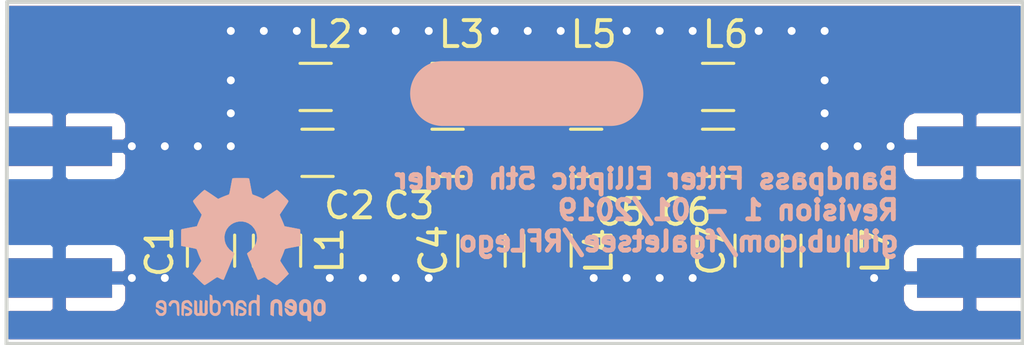
<source format=kicad_pcb>
(kicad_pcb (version 20171130) (host pcbnew "(5.0.1-3-g963ef8bb5)")

  (general
    (thickness 1.6)
    (drawings 6)
    (tracks 104)
    (zones 0)
    (modules 17)
    (nets 7)
  )

  (page A4)
  (layers
    (0 F.Cu signal)
    (31 B.Cu signal)
    (32 B.Adhes user)
    (33 F.Adhes user)
    (34 B.Paste user)
    (35 F.Paste user)
    (36 B.SilkS user)
    (37 F.SilkS user)
    (38 B.Mask user)
    (39 F.Mask user)
    (40 Dwgs.User user)
    (41 Cmts.User user)
    (42 Eco1.User user)
    (43 Eco2.User user)
    (44 Edge.Cuts user)
    (45 Margin user)
    (46 B.CrtYd user)
    (47 F.CrtYd user)
    (48 B.Fab user)
    (49 F.Fab user)
  )

  (setup
    (last_trace_width 0.2032)
    (trace_clearance 0.2032)
    (zone_clearance 0.1)
    (zone_45_only no)
    (trace_min 0.2)
    (segment_width 0.2)
    (edge_width 0.15)
    (via_size 0.6096)
    (via_drill 0.3048)
    (via_min_size 0.4)
    (via_min_drill 0.3)
    (uvia_size 0.3)
    (uvia_drill 0.1)
    (uvias_allowed no)
    (uvia_min_size 0.2)
    (uvia_min_drill 0.1)
    (pcb_text_width 0.3)
    (pcb_text_size 1.5 1.5)
    (mod_edge_width 0.15)
    (mod_text_size 1 1)
    (mod_text_width 0.15)
    (pad_size 1.524 1.524)
    (pad_drill 0.762)
    (pad_to_mask_clearance 0.051)
    (solder_mask_min_width 0.25)
    (aux_axis_origin 0 0)
    (grid_origin 99.568 85.09)
    (visible_elements FFFDFF7F)
    (pcbplotparams
      (layerselection 0x010fc_ffffffff)
      (usegerberextensions false)
      (usegerberattributes false)
      (usegerberadvancedattributes false)
      (creategerberjobfile false)
      (excludeedgelayer true)
      (linewidth 0.100000)
      (plotframeref false)
      (viasonmask false)
      (mode 1)
      (useauxorigin false)
      (hpglpennumber 1)
      (hpglpenspeed 20)
      (hpglpendiameter 15.000000)
      (psnegative false)
      (psa4output false)
      (plotreference true)
      (plotvalue true)
      (plotinvisibletext false)
      (padsonsilk false)
      (subtractmaskfromsilk false)
      (outputformat 1)
      (mirror false)
      (drillshape 1)
      (scaleselection 1)
      (outputdirectory ""))
  )

  (net 0 "")
  (net 1 "Net-(C1-Pad1)")
  (net 2 GND)
  (net 3 "Net-(C2-Pad1)")
  (net 4 "Net-(C3-Pad1)")
  (net 5 "Net-(C5-Pad1)")
  (net 6 "Net-(C6-Pad1)")

  (net_class Default "This is the default net class."
    (clearance 0.2032)
    (trace_width 0.2032)
    (via_dia 0.6096)
    (via_drill 0.3048)
    (uvia_dia 0.3)
    (uvia_drill 0.1)
    (add_net GND)
  )

  (net_class 50Ohm ""
    (clearance 0.37)
    (trace_width 1.8)
    (via_dia 0.6096)
    (via_drill 0.3048)
    (uvia_dia 0.3)
    (uvia_drill 0.1)
    (diff_pair_gap 0.2032)
    (diff_pair_width 0.2032)
    (add_net "Net-(C1-Pad1)")
    (add_net "Net-(C2-Pad1)")
    (add_net "Net-(C3-Pad1)")
    (add_net "Net-(C5-Pad1)")
    (add_net "Net-(C6-Pad1)")
  )

  (module Capacitor_SMD:C_1206_3216Metric_Pad1.42x1.75mm_HandSolder (layer F.Cu) (tedit 5B301BBE) (tstamp 5C344E9E)
    (at 107.442 81.4975 270)
    (descr "Capacitor SMD 1206 (3216 Metric), square (rectangular) end terminal, IPC_7351 nominal with elongated pad for handsoldering. (Body size source: http://www.tortai-tech.com/upload/download/2011102023233369053.pdf), generated with kicad-footprint-generator")
    (tags "capacitor handsolder")
    (path /5C27CEC2)
    (attr smd)
    (fp_text reference C1 (at 0.0365 1.9812 90) (layer F.SilkS)
      (effects (font (size 1 1) (thickness 0.15)))
    )
    (fp_text value C (at 0 1.82 270) (layer F.Fab)
      (effects (font (size 1 1) (thickness 0.15)))
    )
    (fp_line (start -1.6 0.8) (end -1.6 -0.8) (layer F.Fab) (width 0.1))
    (fp_line (start -1.6 -0.8) (end 1.6 -0.8) (layer F.Fab) (width 0.1))
    (fp_line (start 1.6 -0.8) (end 1.6 0.8) (layer F.Fab) (width 0.1))
    (fp_line (start 1.6 0.8) (end -1.6 0.8) (layer F.Fab) (width 0.1))
    (fp_line (start -0.602064 -0.91) (end 0.602064 -0.91) (layer F.SilkS) (width 0.12))
    (fp_line (start -0.602064 0.91) (end 0.602064 0.91) (layer F.SilkS) (width 0.12))
    (fp_line (start -2.45 1.12) (end -2.45 -1.12) (layer F.CrtYd) (width 0.05))
    (fp_line (start -2.45 -1.12) (end 2.45 -1.12) (layer F.CrtYd) (width 0.05))
    (fp_line (start 2.45 -1.12) (end 2.45 1.12) (layer F.CrtYd) (width 0.05))
    (fp_line (start 2.45 1.12) (end -2.45 1.12) (layer F.CrtYd) (width 0.05))
    (fp_text user %R (at 0 0 270) (layer F.Fab)
      (effects (font (size 0.8 0.8) (thickness 0.12)))
    )
    (pad 1 smd roundrect (at -1.4875 0 270) (size 1.425 1.75) (layers F.Cu F.Paste F.Mask) (roundrect_rratio 0.175439)
      (net 1 "Net-(C1-Pad1)"))
    (pad 2 smd roundrect (at 1.4875 0 270) (size 1.425 1.75) (layers F.Cu F.Paste F.Mask) (roundrect_rratio 0.175439)
      (net 2 GND))
    (model ${KISYS3DMOD}/Capacitor_SMD.3dshapes/C_1206_3216Metric.wrl
      (at (xyz 0 0 0))
      (scale (xyz 1 1 1))
      (rotate (xyz 0 0 0))
    )
  )

  (module Capacitor_SMD:C_1206_3216Metric_Pad1.42x1.75mm_HandSolder (layer F.Cu) (tedit 5B301BBE) (tstamp 5C27DFDA)
    (at 111.5425 77.724 180)
    (descr "Capacitor SMD 1206 (3216 Metric), square (rectangular) end terminal, IPC_7351 nominal with elongated pad for handsoldering. (Body size source: http://www.tortai-tech.com/upload/download/2011102023233369053.pdf), generated with kicad-footprint-generator")
    (tags "capacitor handsolder")
    (path /5C27CF2B)
    (attr smd)
    (fp_text reference C2 (at -1.2335 -2.032 180) (layer F.SilkS)
      (effects (font (size 1 1) (thickness 0.15)))
    )
    (fp_text value C (at 0 1.82 180) (layer F.Fab)
      (effects (font (size 1 1) (thickness 0.15)))
    )
    (fp_text user %R (at 0 0 180) (layer F.Fab)
      (effects (font (size 0.8 0.8) (thickness 0.12)))
    )
    (fp_line (start 2.45 1.12) (end -2.45 1.12) (layer F.CrtYd) (width 0.05))
    (fp_line (start 2.45 -1.12) (end 2.45 1.12) (layer F.CrtYd) (width 0.05))
    (fp_line (start -2.45 -1.12) (end 2.45 -1.12) (layer F.CrtYd) (width 0.05))
    (fp_line (start -2.45 1.12) (end -2.45 -1.12) (layer F.CrtYd) (width 0.05))
    (fp_line (start -0.602064 0.91) (end 0.602064 0.91) (layer F.SilkS) (width 0.12))
    (fp_line (start -0.602064 -0.91) (end 0.602064 -0.91) (layer F.SilkS) (width 0.12))
    (fp_line (start 1.6 0.8) (end -1.6 0.8) (layer F.Fab) (width 0.1))
    (fp_line (start 1.6 -0.8) (end 1.6 0.8) (layer F.Fab) (width 0.1))
    (fp_line (start -1.6 -0.8) (end 1.6 -0.8) (layer F.Fab) (width 0.1))
    (fp_line (start -1.6 0.8) (end -1.6 -0.8) (layer F.Fab) (width 0.1))
    (pad 2 smd roundrect (at 1.4875 0 180) (size 1.425 1.75) (layers F.Cu F.Paste F.Mask) (roundrect_rratio 0.175439)
      (net 1 "Net-(C1-Pad1)"))
    (pad 1 smd roundrect (at -1.4875 0 180) (size 1.425 1.75) (layers F.Cu F.Paste F.Mask) (roundrect_rratio 0.175439)
      (net 3 "Net-(C2-Pad1)"))
    (model ${KISYS3DMOD}/Capacitor_SMD.3dshapes/C_1206_3216Metric.wrl
      (at (xyz 0 0 0))
      (scale (xyz 1 1 1))
      (rotate (xyz 0 0 0))
    )
  )

  (module Capacitor_SMD:C_1206_3216Metric_Pad1.42x1.75mm_HandSolder (layer F.Cu) (tedit 5B301BBE) (tstamp 5C27E09A)
    (at 116.5495 77.724 180)
    (descr "Capacitor SMD 1206 (3216 Metric), square (rectangular) end terminal, IPC_7351 nominal with elongated pad for handsoldering. (Body size source: http://www.tortai-tech.com/upload/download/2011102023233369053.pdf), generated with kicad-footprint-generator")
    (tags "capacitor handsolder")
    (path /5C27CFC6)
    (attr smd)
    (fp_text reference C3 (at 1.4875 -2.032 180) (layer F.SilkS)
      (effects (font (size 1 1) (thickness 0.15)))
    )
    (fp_text value C (at 0 1.82 180) (layer F.Fab)
      (effects (font (size 1 1) (thickness 0.15)))
    )
    (fp_line (start -1.6 0.8) (end -1.6 -0.8) (layer F.Fab) (width 0.1))
    (fp_line (start -1.6 -0.8) (end 1.6 -0.8) (layer F.Fab) (width 0.1))
    (fp_line (start 1.6 -0.8) (end 1.6 0.8) (layer F.Fab) (width 0.1))
    (fp_line (start 1.6 0.8) (end -1.6 0.8) (layer F.Fab) (width 0.1))
    (fp_line (start -0.602064 -0.91) (end 0.602064 -0.91) (layer F.SilkS) (width 0.12))
    (fp_line (start -0.602064 0.91) (end 0.602064 0.91) (layer F.SilkS) (width 0.12))
    (fp_line (start -2.45 1.12) (end -2.45 -1.12) (layer F.CrtYd) (width 0.05))
    (fp_line (start -2.45 -1.12) (end 2.45 -1.12) (layer F.CrtYd) (width 0.05))
    (fp_line (start 2.45 -1.12) (end 2.45 1.12) (layer F.CrtYd) (width 0.05))
    (fp_line (start 2.45 1.12) (end -2.45 1.12) (layer F.CrtYd) (width 0.05))
    (fp_text user %R (at 0 0 180) (layer F.Fab)
      (effects (font (size 0.8 0.8) (thickness 0.12)))
    )
    (pad 1 smd roundrect (at -1.4875 0 180) (size 1.425 1.75) (layers F.Cu F.Paste F.Mask) (roundrect_rratio 0.175439)
      (net 4 "Net-(C3-Pad1)"))
    (pad 2 smd roundrect (at 1.4875 0 180) (size 1.425 1.75) (layers F.Cu F.Paste F.Mask) (roundrect_rratio 0.175439)
      (net 3 "Net-(C2-Pad1)"))
    (model ${KISYS3DMOD}/Capacitor_SMD.3dshapes/C_1206_3216Metric.wrl
      (at (xyz 0 0 0))
      (scale (xyz 1 1 1))
      (rotate (xyz 0 0 0))
    )
  )

  (module Capacitor_SMD:C_1206_3216Metric_Pad1.42x1.75mm_HandSolder (layer F.Cu) (tedit 5B301BBE) (tstamp 5C344ED1)
    (at 117.856 81.4975 90)
    (descr "Capacitor SMD 1206 (3216 Metric), square (rectangular) end terminal, IPC_7351 nominal with elongated pad for handsoldering. (Body size source: http://www.tortai-tech.com/upload/download/2011102023233369053.pdf), generated with kicad-footprint-generator")
    (tags "capacitor handsolder")
    (path /5C27D238)
    (attr smd)
    (fp_text reference C4 (at 0.0143 -1.8542 270) (layer F.SilkS)
      (effects (font (size 1 1) (thickness 0.15)))
    )
    (fp_text value C (at 0 1.82 90) (layer F.Fab)
      (effects (font (size 1 1) (thickness 0.15)))
    )
    (fp_text user %R (at 0 0 90) (layer F.Fab)
      (effects (font (size 0.8 0.8) (thickness 0.12)))
    )
    (fp_line (start 2.45 1.12) (end -2.45 1.12) (layer F.CrtYd) (width 0.05))
    (fp_line (start 2.45 -1.12) (end 2.45 1.12) (layer F.CrtYd) (width 0.05))
    (fp_line (start -2.45 -1.12) (end 2.45 -1.12) (layer F.CrtYd) (width 0.05))
    (fp_line (start -2.45 1.12) (end -2.45 -1.12) (layer F.CrtYd) (width 0.05))
    (fp_line (start -0.602064 0.91) (end 0.602064 0.91) (layer F.SilkS) (width 0.12))
    (fp_line (start -0.602064 -0.91) (end 0.602064 -0.91) (layer F.SilkS) (width 0.12))
    (fp_line (start 1.6 0.8) (end -1.6 0.8) (layer F.Fab) (width 0.1))
    (fp_line (start 1.6 -0.8) (end 1.6 0.8) (layer F.Fab) (width 0.1))
    (fp_line (start -1.6 -0.8) (end 1.6 -0.8) (layer F.Fab) (width 0.1))
    (fp_line (start -1.6 0.8) (end -1.6 -0.8) (layer F.Fab) (width 0.1))
    (pad 2 smd roundrect (at 1.4875 0 90) (size 1.425 1.75) (layers F.Cu F.Paste F.Mask) (roundrect_rratio 0.175439)
      (net 4 "Net-(C3-Pad1)"))
    (pad 1 smd roundrect (at -1.4875 0 90) (size 1.425 1.75) (layers F.Cu F.Paste F.Mask) (roundrect_rratio 0.175439)
      (net 2 GND))
    (model ${KISYS3DMOD}/Capacitor_SMD.3dshapes/C_1206_3216Metric.wrl
      (at (xyz 0 0 0))
      (scale (xyz 1 1 1))
      (rotate (xyz 0 0 0))
    )
  )

  (module Capacitor_SMD:C_1206_3216Metric_Pad1.42x1.75mm_HandSolder (layer F.Cu) (tedit 5B301BBE) (tstamp 5C27DFAA)
    (at 121.8835 77.724 180)
    (descr "Capacitor SMD 1206 (3216 Metric), square (rectangular) end terminal, IPC_7351 nominal with elongated pad for handsoldering. (Body size source: http://www.tortai-tech.com/upload/download/2011102023233369053.pdf), generated with kicad-footprint-generator")
    (tags "capacitor handsolder")
    (path /5C27D01E)
    (attr smd)
    (fp_text reference C5 (at -1.3065 -2.286 180) (layer F.SilkS)
      (effects (font (size 1 1) (thickness 0.15)))
    )
    (fp_text value C (at 0 1.82 180) (layer F.Fab)
      (effects (font (size 1 1) (thickness 0.15)))
    )
    (fp_text user %R (at 0 0 180) (layer F.Fab)
      (effects (font (size 0.8 0.8) (thickness 0.12)))
    )
    (fp_line (start 2.45 1.12) (end -2.45 1.12) (layer F.CrtYd) (width 0.05))
    (fp_line (start 2.45 -1.12) (end 2.45 1.12) (layer F.CrtYd) (width 0.05))
    (fp_line (start -2.45 -1.12) (end 2.45 -1.12) (layer F.CrtYd) (width 0.05))
    (fp_line (start -2.45 1.12) (end -2.45 -1.12) (layer F.CrtYd) (width 0.05))
    (fp_line (start -0.602064 0.91) (end 0.602064 0.91) (layer F.SilkS) (width 0.12))
    (fp_line (start -0.602064 -0.91) (end 0.602064 -0.91) (layer F.SilkS) (width 0.12))
    (fp_line (start 1.6 0.8) (end -1.6 0.8) (layer F.Fab) (width 0.1))
    (fp_line (start 1.6 -0.8) (end 1.6 0.8) (layer F.Fab) (width 0.1))
    (fp_line (start -1.6 -0.8) (end 1.6 -0.8) (layer F.Fab) (width 0.1))
    (fp_line (start -1.6 0.8) (end -1.6 -0.8) (layer F.Fab) (width 0.1))
    (pad 2 smd roundrect (at 1.4875 0 180) (size 1.425 1.75) (layers F.Cu F.Paste F.Mask) (roundrect_rratio 0.175439)
      (net 4 "Net-(C3-Pad1)"))
    (pad 1 smd roundrect (at -1.4875 0 180) (size 1.425 1.75) (layers F.Cu F.Paste F.Mask) (roundrect_rratio 0.175439)
      (net 5 "Net-(C5-Pad1)"))
    (model ${KISYS3DMOD}/Capacitor_SMD.3dshapes/C_1206_3216Metric.wrl
      (at (xyz 0 0 0))
      (scale (xyz 1 1 1))
      (rotate (xyz 0 0 0))
    )
  )

  (module Capacitor_SMD:C_1206_3216Metric_Pad1.42x1.75mm_HandSolder (layer F.Cu) (tedit 5B301BBE) (tstamp 5C27DF7A)
    (at 126.9635 77.724 180)
    (descr "Capacitor SMD 1206 (3216 Metric), square (rectangular) end terminal, IPC_7351 nominal with elongated pad for handsoldering. (Body size source: http://www.tortai-tech.com/upload/download/2011102023233369053.pdf), generated with kicad-footprint-generator")
    (tags "capacitor handsolder")
    (path /5C27D094)
    (attr smd)
    (fp_text reference C6 (at 1.2335 -2.286 180) (layer F.SilkS)
      (effects (font (size 1 1) (thickness 0.15)))
    )
    (fp_text value C (at 0 1.82 180) (layer F.Fab)
      (effects (font (size 1 1) (thickness 0.15)))
    )
    (fp_line (start -1.6 0.8) (end -1.6 -0.8) (layer F.Fab) (width 0.1))
    (fp_line (start -1.6 -0.8) (end 1.6 -0.8) (layer F.Fab) (width 0.1))
    (fp_line (start 1.6 -0.8) (end 1.6 0.8) (layer F.Fab) (width 0.1))
    (fp_line (start 1.6 0.8) (end -1.6 0.8) (layer F.Fab) (width 0.1))
    (fp_line (start -0.602064 -0.91) (end 0.602064 -0.91) (layer F.SilkS) (width 0.12))
    (fp_line (start -0.602064 0.91) (end 0.602064 0.91) (layer F.SilkS) (width 0.12))
    (fp_line (start -2.45 1.12) (end -2.45 -1.12) (layer F.CrtYd) (width 0.05))
    (fp_line (start -2.45 -1.12) (end 2.45 -1.12) (layer F.CrtYd) (width 0.05))
    (fp_line (start 2.45 -1.12) (end 2.45 1.12) (layer F.CrtYd) (width 0.05))
    (fp_line (start 2.45 1.12) (end -2.45 1.12) (layer F.CrtYd) (width 0.05))
    (fp_text user %R (at 0 0 180) (layer F.Fab)
      (effects (font (size 0.8 0.8) (thickness 0.12)))
    )
    (pad 1 smd roundrect (at -1.4875 0 180) (size 1.425 1.75) (layers F.Cu F.Paste F.Mask) (roundrect_rratio 0.175439)
      (net 6 "Net-(C6-Pad1)"))
    (pad 2 smd roundrect (at 1.4875 0 180) (size 1.425 1.75) (layers F.Cu F.Paste F.Mask) (roundrect_rratio 0.175439)
      (net 5 "Net-(C5-Pad1)"))
    (model ${KISYS3DMOD}/Capacitor_SMD.3dshapes/C_1206_3216Metric.wrl
      (at (xyz 0 0 0))
      (scale (xyz 1 1 1))
      (rotate (xyz 0 0 0))
    )
  )

  (module Capacitor_SMD:C_1206_3216Metric_Pad1.42x1.75mm_HandSolder (layer F.Cu) (tedit 5B301BBE) (tstamp 5C344F04)
    (at 128.524 81.4975 90)
    (descr "Capacitor SMD 1206 (3216 Metric), square (rectangular) end terminal, IPC_7351 nominal with elongated pad for handsoldering. (Body size source: http://www.tortai-tech.com/upload/download/2011102023233369053.pdf), generated with kicad-footprint-generator")
    (tags "capacitor handsolder")
    (path /5C27D2C9)
    (attr smd)
    (fp_text reference C7 (at 0.0143 -1.8288 270) (layer F.SilkS)
      (effects (font (size 1 1) (thickness 0.15)))
    )
    (fp_text value C (at 0 1.82 90) (layer F.Fab)
      (effects (font (size 1 1) (thickness 0.15)))
    )
    (fp_line (start -1.6 0.8) (end -1.6 -0.8) (layer F.Fab) (width 0.1))
    (fp_line (start -1.6 -0.8) (end 1.6 -0.8) (layer F.Fab) (width 0.1))
    (fp_line (start 1.6 -0.8) (end 1.6 0.8) (layer F.Fab) (width 0.1))
    (fp_line (start 1.6 0.8) (end -1.6 0.8) (layer F.Fab) (width 0.1))
    (fp_line (start -0.602064 -0.91) (end 0.602064 -0.91) (layer F.SilkS) (width 0.12))
    (fp_line (start -0.602064 0.91) (end 0.602064 0.91) (layer F.SilkS) (width 0.12))
    (fp_line (start -2.45 1.12) (end -2.45 -1.12) (layer F.CrtYd) (width 0.05))
    (fp_line (start -2.45 -1.12) (end 2.45 -1.12) (layer F.CrtYd) (width 0.05))
    (fp_line (start 2.45 -1.12) (end 2.45 1.12) (layer F.CrtYd) (width 0.05))
    (fp_line (start 2.45 1.12) (end -2.45 1.12) (layer F.CrtYd) (width 0.05))
    (fp_text user %R (at 0 0 90) (layer F.Fab)
      (effects (font (size 0.8 0.8) (thickness 0.12)))
    )
    (pad 1 smd roundrect (at -1.4875 0 90) (size 1.425 1.75) (layers F.Cu F.Paste F.Mask) (roundrect_rratio 0.175439)
      (net 2 GND))
    (pad 2 smd roundrect (at 1.4875 0 90) (size 1.425 1.75) (layers F.Cu F.Paste F.Mask) (roundrect_rratio 0.175439)
      (net 6 "Net-(C6-Pad1)"))
    (model ${KISYS3DMOD}/Capacitor_SMD.3dshapes/C_1206_3216Metric.wrl
      (at (xyz 0 0 0))
      (scale (xyz 1 1 1))
      (rotate (xyz 0 0 0))
    )
  )

  (module RFLego_Footprint:SMA_Edge (layer F.Cu) (tedit 5C3E2DFB) (tstamp 5C344F0D)
    (at 99.568 80.01)
    (path /5C27DC8B)
    (fp_text reference J1 (at 2.032 -4.318) (layer F.SilkS) hide
      (effects (font (size 1 1) (thickness 0.15)))
    )
    (fp_text value SMA (at 1.27 6.35) (layer F.Fab) hide
      (effects (font (size 1 1) (thickness 0.15)))
    )
    (pad 2 smd rect (at 2.032 2.54) (size 4.064 1.524) (layers F.Cu F.Mask)
      (net 2 GND))
    (pad 2 smd rect (at 2.032 -2.54) (size 4.064 1.524) (layers B.Cu B.Mask)
      (net 2 GND))
    (pad 2 smd rect (at 2.032 2.54) (size 4.064 1.524) (layers B.Cu B.Mask)
      (net 2 GND))
    (pad 2 smd rect (at 2.032 -2.54) (size 4.064 1.524) (layers F.Cu F.Mask)
      (net 2 GND))
    (pad 1 smd rect (at 2.032 0) (size 4.064 1.524) (layers F.Cu F.Mask)
      (net 1 "Net-(C1-Pad1)"))
  )

  (module RFLego_Footprint:SMA_Edge (layer F.Cu) (tedit 5C3E2DF6) (tstamp 5C344F16)
    (at 134.62 80.01)
    (path /5C27E05D)
    (fp_text reference J2 (at 2.032 -4.318) (layer F.SilkS) hide
      (effects (font (size 1 1) (thickness 0.15)))
    )
    (fp_text value SMA (at 1.27 6.35) (layer F.Fab) hide
      (effects (font (size 1 1) (thickness 0.15)))
    )
    (pad 1 smd rect (at 2.032 0) (size 4.064 1.524) (layers F.Cu F.Mask)
      (net 6 "Net-(C6-Pad1)"))
    (pad 2 smd rect (at 2.032 -2.54) (size 4.064 1.524) (layers F.Cu F.Mask)
      (net 2 GND))
    (pad 2 smd rect (at 2.032 2.54) (size 4.064 1.524) (layers B.Cu B.Mask)
      (net 2 GND))
    (pad 2 smd rect (at 2.032 -2.54) (size 4.064 1.524) (layers B.Cu B.Mask)
      (net 2 GND))
    (pad 2 smd rect (at 2.032 2.54) (size 4.064 1.524) (layers F.Cu F.Mask)
      (net 2 GND))
  )

  (module Inductor_SMD:L_1206_3216Metric_Pad1.42x1.75mm_HandSolder (layer F.Cu) (tedit 5B301BBE) (tstamp 5C344F27)
    (at 109.982 81.4975 270)
    (descr "Capacitor SMD 1206 (3216 Metric), square (rectangular) end terminal, IPC_7351 nominal with elongated pad for handsoldering. (Body size source: http://www.tortai-tech.com/upload/download/2011102023233369053.pdf), generated with kicad-footprint-generator")
    (tags "inductor handsolder")
    (path /5C27CE49)
    (attr smd)
    (fp_text reference L1 (at -0.0143 -2.032 90) (layer F.SilkS)
      (effects (font (size 1 1) (thickness 0.15)))
    )
    (fp_text value L (at 0 1.82 270) (layer F.Fab)
      (effects (font (size 1 1) (thickness 0.15)))
    )
    (fp_line (start -1.6 0.8) (end -1.6 -0.8) (layer F.Fab) (width 0.1))
    (fp_line (start -1.6 -0.8) (end 1.6 -0.8) (layer F.Fab) (width 0.1))
    (fp_line (start 1.6 -0.8) (end 1.6 0.8) (layer F.Fab) (width 0.1))
    (fp_line (start 1.6 0.8) (end -1.6 0.8) (layer F.Fab) (width 0.1))
    (fp_line (start -0.602064 -0.91) (end 0.602064 -0.91) (layer F.SilkS) (width 0.12))
    (fp_line (start -0.602064 0.91) (end 0.602064 0.91) (layer F.SilkS) (width 0.12))
    (fp_line (start -2.45 1.12) (end -2.45 -1.12) (layer F.CrtYd) (width 0.05))
    (fp_line (start -2.45 -1.12) (end 2.45 -1.12) (layer F.CrtYd) (width 0.05))
    (fp_line (start 2.45 -1.12) (end 2.45 1.12) (layer F.CrtYd) (width 0.05))
    (fp_line (start 2.45 1.12) (end -2.45 1.12) (layer F.CrtYd) (width 0.05))
    (fp_text user %R (at 0 0 270) (layer F.Fab)
      (effects (font (size 0.8 0.8) (thickness 0.12)))
    )
    (pad 1 smd roundrect (at -1.4875 0 270) (size 1.425 1.75) (layers F.Cu F.Paste F.Mask) (roundrect_rratio 0.175439)
      (net 1 "Net-(C1-Pad1)"))
    (pad 2 smd roundrect (at 1.4875 0 270) (size 1.425 1.75) (layers F.Cu F.Paste F.Mask) (roundrect_rratio 0.175439)
      (net 2 GND))
    (model ${KISYS3DMOD}/Inductor_SMD.3dshapes/L_1206_3216Metric.wrl
      (at (xyz 0 0 0))
      (scale (xyz 1 1 1))
      (rotate (xyz 0 0 0))
    )
  )

  (module Inductor_SMD:L_1206_3216Metric_Pad1.42x1.75mm_HandSolder (layer F.Cu) (tedit 5B301BBE) (tstamp 5C27E0CA)
    (at 111.4695 75.184)
    (descr "Capacitor SMD 1206 (3216 Metric), square (rectangular) end terminal, IPC_7351 nominal with elongated pad for handsoldering. (Body size source: http://www.tortai-tech.com/upload/download/2011102023233369053.pdf), generated with kicad-footprint-generator")
    (tags "inductor handsolder")
    (path /5C27D3BC)
    (attr smd)
    (fp_text reference L2 (at 0.5445 -2.032) (layer F.SilkS)
      (effects (font (size 1 1) (thickness 0.15)))
    )
    (fp_text value L (at 0 1.82) (layer F.Fab)
      (effects (font (size 1 1) (thickness 0.15)))
    )
    (fp_text user %R (at 0 0) (layer F.Fab)
      (effects (font (size 0.8 0.8) (thickness 0.12)))
    )
    (fp_line (start 2.45 1.12) (end -2.45 1.12) (layer F.CrtYd) (width 0.05))
    (fp_line (start 2.45 -1.12) (end 2.45 1.12) (layer F.CrtYd) (width 0.05))
    (fp_line (start -2.45 -1.12) (end 2.45 -1.12) (layer F.CrtYd) (width 0.05))
    (fp_line (start -2.45 1.12) (end -2.45 -1.12) (layer F.CrtYd) (width 0.05))
    (fp_line (start -0.602064 0.91) (end 0.602064 0.91) (layer F.SilkS) (width 0.12))
    (fp_line (start -0.602064 -0.91) (end 0.602064 -0.91) (layer F.SilkS) (width 0.12))
    (fp_line (start 1.6 0.8) (end -1.6 0.8) (layer F.Fab) (width 0.1))
    (fp_line (start 1.6 -0.8) (end 1.6 0.8) (layer F.Fab) (width 0.1))
    (fp_line (start -1.6 -0.8) (end 1.6 -0.8) (layer F.Fab) (width 0.1))
    (fp_line (start -1.6 0.8) (end -1.6 -0.8) (layer F.Fab) (width 0.1))
    (pad 2 smd roundrect (at 1.4875 0) (size 1.425 1.75) (layers F.Cu F.Paste F.Mask) (roundrect_rratio 0.175439)
      (net 3 "Net-(C2-Pad1)"))
    (pad 1 smd roundrect (at -1.4875 0) (size 1.425 1.75) (layers F.Cu F.Paste F.Mask) (roundrect_rratio 0.175439)
      (net 1 "Net-(C1-Pad1)"))
    (model ${KISYS3DMOD}/Inductor_SMD.3dshapes/L_1206_3216Metric.wrl
      (at (xyz 0 0 0))
      (scale (xyz 1 1 1))
      (rotate (xyz 0 0 0))
    )
  )

  (module Inductor_SMD:L_1206_3216Metric_Pad1.42x1.75mm_HandSolder (layer F.Cu) (tedit 5B301BBE) (tstamp 5C27E06A)
    (at 116.5495 75.184)
    (descr "Capacitor SMD 1206 (3216 Metric), square (rectangular) end terminal, IPC_7351 nominal with elongated pad for handsoldering. (Body size source: http://www.tortai-tech.com/upload/download/2011102023233369053.pdf), generated with kicad-footprint-generator")
    (tags "inductor handsolder")
    (path /5C27D6B3)
    (attr smd)
    (fp_text reference L3 (at 0.5445 -2.032) (layer F.SilkS)
      (effects (font (size 1 1) (thickness 0.15)))
    )
    (fp_text value L (at 0 1.82) (layer F.Fab)
      (effects (font (size 1 1) (thickness 0.15)))
    )
    (fp_line (start -1.6 0.8) (end -1.6 -0.8) (layer F.Fab) (width 0.1))
    (fp_line (start -1.6 -0.8) (end 1.6 -0.8) (layer F.Fab) (width 0.1))
    (fp_line (start 1.6 -0.8) (end 1.6 0.8) (layer F.Fab) (width 0.1))
    (fp_line (start 1.6 0.8) (end -1.6 0.8) (layer F.Fab) (width 0.1))
    (fp_line (start -0.602064 -0.91) (end 0.602064 -0.91) (layer F.SilkS) (width 0.12))
    (fp_line (start -0.602064 0.91) (end 0.602064 0.91) (layer F.SilkS) (width 0.12))
    (fp_line (start -2.45 1.12) (end -2.45 -1.12) (layer F.CrtYd) (width 0.05))
    (fp_line (start -2.45 -1.12) (end 2.45 -1.12) (layer F.CrtYd) (width 0.05))
    (fp_line (start 2.45 -1.12) (end 2.45 1.12) (layer F.CrtYd) (width 0.05))
    (fp_line (start 2.45 1.12) (end -2.45 1.12) (layer F.CrtYd) (width 0.05))
    (fp_text user %R (at 0 0) (layer F.Fab)
      (effects (font (size 0.8 0.8) (thickness 0.12)))
    )
    (pad 1 smd roundrect (at -1.4875 0) (size 1.425 1.75) (layers F.Cu F.Paste F.Mask) (roundrect_rratio 0.175439)
      (net 3 "Net-(C2-Pad1)"))
    (pad 2 smd roundrect (at 1.4875 0) (size 1.425 1.75) (layers F.Cu F.Paste F.Mask) (roundrect_rratio 0.175439)
      (net 4 "Net-(C3-Pad1)"))
    (model ${KISYS3DMOD}/Inductor_SMD.3dshapes/L_1206_3216Metric.wrl
      (at (xyz 0 0 0))
      (scale (xyz 1 1 1))
      (rotate (xyz 0 0 0))
    )
  )

  (module Inductor_SMD:L_1206_3216Metric_Pad1.42x1.75mm_HandSolder (layer F.Cu) (tedit 5B301BBE) (tstamp 5C344F5A)
    (at 120.396 81.4975 270)
    (descr "Capacitor SMD 1206 (3216 Metric), square (rectangular) end terminal, IPC_7351 nominal with elongated pad for handsoldering. (Body size source: http://www.tortai-tech.com/upload/download/2011102023233369053.pdf), generated with kicad-footprint-generator")
    (tags "inductor handsolder")
    (path /5C27D9E1)
    (attr smd)
    (fp_text reference L4 (at 0.0111 -1.9812 90) (layer F.SilkS)
      (effects (font (size 1 1) (thickness 0.15)))
    )
    (fp_text value L (at 0 1.82 270) (layer F.Fab)
      (effects (font (size 1 1) (thickness 0.15)))
    )
    (fp_text user %R (at 0 0 270) (layer F.Fab)
      (effects (font (size 0.8 0.8) (thickness 0.12)))
    )
    (fp_line (start 2.45 1.12) (end -2.45 1.12) (layer F.CrtYd) (width 0.05))
    (fp_line (start 2.45 -1.12) (end 2.45 1.12) (layer F.CrtYd) (width 0.05))
    (fp_line (start -2.45 -1.12) (end 2.45 -1.12) (layer F.CrtYd) (width 0.05))
    (fp_line (start -2.45 1.12) (end -2.45 -1.12) (layer F.CrtYd) (width 0.05))
    (fp_line (start -0.602064 0.91) (end 0.602064 0.91) (layer F.SilkS) (width 0.12))
    (fp_line (start -0.602064 -0.91) (end 0.602064 -0.91) (layer F.SilkS) (width 0.12))
    (fp_line (start 1.6 0.8) (end -1.6 0.8) (layer F.Fab) (width 0.1))
    (fp_line (start 1.6 -0.8) (end 1.6 0.8) (layer F.Fab) (width 0.1))
    (fp_line (start -1.6 -0.8) (end 1.6 -0.8) (layer F.Fab) (width 0.1))
    (fp_line (start -1.6 0.8) (end -1.6 -0.8) (layer F.Fab) (width 0.1))
    (pad 2 smd roundrect (at 1.4875 0 270) (size 1.425 1.75) (layers F.Cu F.Paste F.Mask) (roundrect_rratio 0.175439)
      (net 2 GND))
    (pad 1 smd roundrect (at -1.4875 0 270) (size 1.425 1.75) (layers F.Cu F.Paste F.Mask) (roundrect_rratio 0.175439)
      (net 4 "Net-(C3-Pad1)"))
    (model ${KISYS3DMOD}/Inductor_SMD.3dshapes/L_1206_3216Metric.wrl
      (at (xyz 0 0 0))
      (scale (xyz 1 1 1))
      (rotate (xyz 0 0 0))
    )
  )

  (module Inductor_SMD:L_1206_3216Metric_Pad1.42x1.75mm_HandSolder (layer F.Cu) (tedit 5B301BBE) (tstamp 5C27E03A)
    (at 121.8835 75.184)
    (descr "Capacitor SMD 1206 (3216 Metric), square (rectangular) end terminal, IPC_7351 nominal with elongated pad for handsoldering. (Body size source: http://www.tortai-tech.com/upload/download/2011102023233369053.pdf), generated with kicad-footprint-generator")
    (tags "inductor handsolder")
    (path /5C27D741)
    (attr smd)
    (fp_text reference L5 (at 0.2905 -2.032) (layer F.SilkS)
      (effects (font (size 1 1) (thickness 0.15)))
    )
    (fp_text value L (at 0 1.82) (layer F.Fab)
      (effects (font (size 1 1) (thickness 0.15)))
    )
    (fp_text user %R (at 0 0) (layer F.Fab)
      (effects (font (size 0.8 0.8) (thickness 0.12)))
    )
    (fp_line (start 2.45 1.12) (end -2.45 1.12) (layer F.CrtYd) (width 0.05))
    (fp_line (start 2.45 -1.12) (end 2.45 1.12) (layer F.CrtYd) (width 0.05))
    (fp_line (start -2.45 -1.12) (end 2.45 -1.12) (layer F.CrtYd) (width 0.05))
    (fp_line (start -2.45 1.12) (end -2.45 -1.12) (layer F.CrtYd) (width 0.05))
    (fp_line (start -0.602064 0.91) (end 0.602064 0.91) (layer F.SilkS) (width 0.12))
    (fp_line (start -0.602064 -0.91) (end 0.602064 -0.91) (layer F.SilkS) (width 0.12))
    (fp_line (start 1.6 0.8) (end -1.6 0.8) (layer F.Fab) (width 0.1))
    (fp_line (start 1.6 -0.8) (end 1.6 0.8) (layer F.Fab) (width 0.1))
    (fp_line (start -1.6 -0.8) (end 1.6 -0.8) (layer F.Fab) (width 0.1))
    (fp_line (start -1.6 0.8) (end -1.6 -0.8) (layer F.Fab) (width 0.1))
    (pad 2 smd roundrect (at 1.4875 0) (size 1.425 1.75) (layers F.Cu F.Paste F.Mask) (roundrect_rratio 0.175439)
      (net 5 "Net-(C5-Pad1)"))
    (pad 1 smd roundrect (at -1.4875 0) (size 1.425 1.75) (layers F.Cu F.Paste F.Mask) (roundrect_rratio 0.175439)
      (net 4 "Net-(C3-Pad1)"))
    (model ${KISYS3DMOD}/Inductor_SMD.3dshapes/L_1206_3216Metric.wrl
      (at (xyz 0 0 0))
      (scale (xyz 1 1 1))
      (rotate (xyz 0 0 0))
    )
  )

  (module Inductor_SMD:L_1206_3216Metric_Pad1.42x1.75mm_HandSolder (layer F.Cu) (tedit 5B301BBE) (tstamp 5C27E00A)
    (at 126.9635 75.184)
    (descr "Capacitor SMD 1206 (3216 Metric), square (rectangular) end terminal, IPC_7351 nominal with elongated pad for handsoldering. (Body size source: http://www.tortai-tech.com/upload/download/2011102023233369053.pdf), generated with kicad-footprint-generator")
    (tags "inductor handsolder")
    (path /5C27D7CF)
    (attr smd)
    (fp_text reference L6 (at 0.2905 -2.032) (layer F.SilkS)
      (effects (font (size 1 1) (thickness 0.15)))
    )
    (fp_text value L (at 0 1.82) (layer F.Fab)
      (effects (font (size 1 1) (thickness 0.15)))
    )
    (fp_line (start -1.6 0.8) (end -1.6 -0.8) (layer F.Fab) (width 0.1))
    (fp_line (start -1.6 -0.8) (end 1.6 -0.8) (layer F.Fab) (width 0.1))
    (fp_line (start 1.6 -0.8) (end 1.6 0.8) (layer F.Fab) (width 0.1))
    (fp_line (start 1.6 0.8) (end -1.6 0.8) (layer F.Fab) (width 0.1))
    (fp_line (start -0.602064 -0.91) (end 0.602064 -0.91) (layer F.SilkS) (width 0.12))
    (fp_line (start -0.602064 0.91) (end 0.602064 0.91) (layer F.SilkS) (width 0.12))
    (fp_line (start -2.45 1.12) (end -2.45 -1.12) (layer F.CrtYd) (width 0.05))
    (fp_line (start -2.45 -1.12) (end 2.45 -1.12) (layer F.CrtYd) (width 0.05))
    (fp_line (start 2.45 -1.12) (end 2.45 1.12) (layer F.CrtYd) (width 0.05))
    (fp_line (start 2.45 1.12) (end -2.45 1.12) (layer F.CrtYd) (width 0.05))
    (fp_text user %R (at 0 0) (layer F.Fab)
      (effects (font (size 0.8 0.8) (thickness 0.12)))
    )
    (pad 1 smd roundrect (at -1.4875 0) (size 1.425 1.75) (layers F.Cu F.Paste F.Mask) (roundrect_rratio 0.175439)
      (net 5 "Net-(C5-Pad1)"))
    (pad 2 smd roundrect (at 1.4875 0) (size 1.425 1.75) (layers F.Cu F.Paste F.Mask) (roundrect_rratio 0.175439)
      (net 6 "Net-(C6-Pad1)"))
    (model ${KISYS3DMOD}/Inductor_SMD.3dshapes/L_1206_3216Metric.wrl
      (at (xyz 0 0 0))
      (scale (xyz 1 1 1))
      (rotate (xyz 0 0 0))
    )
  )

  (module Inductor_SMD:L_1206_3216Metric_Pad1.42x1.75mm_HandSolder (layer F.Cu) (tedit 5B301BBE) (tstamp 5C344F8D)
    (at 131.064 81.4975 270)
    (descr "Capacitor SMD 1206 (3216 Metric), square (rectangular) end terminal, IPC_7351 nominal with elongated pad for handsoldering. (Body size source: http://www.tortai-tech.com/upload/download/2011102023233369053.pdf), generated with kicad-footprint-generator")
    (tags "inductor handsolder")
    (path /5C27DB6B)
    (attr smd)
    (fp_text reference L7 (at 0.0111 -1.9558 90) (layer F.SilkS)
      (effects (font (size 1 1) (thickness 0.15)))
    )
    (fp_text value L (at 0 1.82 270) (layer F.Fab)
      (effects (font (size 1 1) (thickness 0.15)))
    )
    (fp_line (start -1.6 0.8) (end -1.6 -0.8) (layer F.Fab) (width 0.1))
    (fp_line (start -1.6 -0.8) (end 1.6 -0.8) (layer F.Fab) (width 0.1))
    (fp_line (start 1.6 -0.8) (end 1.6 0.8) (layer F.Fab) (width 0.1))
    (fp_line (start 1.6 0.8) (end -1.6 0.8) (layer F.Fab) (width 0.1))
    (fp_line (start -0.602064 -0.91) (end 0.602064 -0.91) (layer F.SilkS) (width 0.12))
    (fp_line (start -0.602064 0.91) (end 0.602064 0.91) (layer F.SilkS) (width 0.12))
    (fp_line (start -2.45 1.12) (end -2.45 -1.12) (layer F.CrtYd) (width 0.05))
    (fp_line (start -2.45 -1.12) (end 2.45 -1.12) (layer F.CrtYd) (width 0.05))
    (fp_line (start 2.45 -1.12) (end 2.45 1.12) (layer F.CrtYd) (width 0.05))
    (fp_line (start 2.45 1.12) (end -2.45 1.12) (layer F.CrtYd) (width 0.05))
    (fp_text user %R (at 0 0 270) (layer F.Fab)
      (effects (font (size 0.8 0.8) (thickness 0.12)))
    )
    (pad 1 smd roundrect (at -1.4875 0 270) (size 1.425 1.75) (layers F.Cu F.Paste F.Mask) (roundrect_rratio 0.175439)
      (net 6 "Net-(C6-Pad1)"))
    (pad 2 smd roundrect (at 1.4875 0 270) (size 1.425 1.75) (layers F.Cu F.Paste F.Mask) (roundrect_rratio 0.175439)
      (net 2 GND))
    (model ${KISYS3DMOD}/Inductor_SMD.3dshapes/L_1206_3216Metric.wrl
      (at (xyz 0 0 0))
      (scale (xyz 1 1 1))
      (rotate (xyz 0 0 0))
    )
  )

  (module Symbol:OSHW-Logo2_7.3x6mm_SilkScreen (layer B.Cu) (tedit 0) (tstamp 5C2930D5)
    (at 108.585 81.4578 180)
    (descr "Open Source Hardware Symbol")
    (tags "Logo Symbol OSHW")
    (attr virtual)
    (fp_text reference REF** (at 0 0 180) (layer B.SilkS) hide
      (effects (font (size 1 1) (thickness 0.15)) (justify mirror))
    )
    (fp_text value OSHW-Logo2_7.3x6mm_SilkScreen (at 0.75 0 180) (layer B.Fab) hide
      (effects (font (size 1 1) (thickness 0.15)) (justify mirror))
    )
    (fp_poly (pts (xy 0.10391 2.757652) (xy 0.182454 2.757222) (xy 0.239298 2.756058) (xy 0.278105 2.753793)
      (xy 0.302538 2.75006) (xy 0.316262 2.744494) (xy 0.32294 2.736727) (xy 0.326236 2.726395)
      (xy 0.326556 2.725057) (xy 0.331562 2.700921) (xy 0.340829 2.653299) (xy 0.353392 2.587259)
      (xy 0.368287 2.507872) (xy 0.384551 2.420204) (xy 0.385119 2.417125) (xy 0.40141 2.331211)
      (xy 0.416652 2.255304) (xy 0.429861 2.193955) (xy 0.440054 2.151718) (xy 0.446248 2.133145)
      (xy 0.446543 2.132816) (xy 0.464788 2.123747) (xy 0.502405 2.108633) (xy 0.551271 2.090738)
      (xy 0.551543 2.090642) (xy 0.613093 2.067507) (xy 0.685657 2.038035) (xy 0.754057 2.008403)
      (xy 0.757294 2.006938) (xy 0.868702 1.956374) (xy 1.115399 2.12484) (xy 1.191077 2.176197)
      (xy 1.259631 2.222111) (xy 1.317088 2.25997) (xy 1.359476 2.287163) (xy 1.382825 2.301079)
      (xy 1.385042 2.302111) (xy 1.40201 2.297516) (xy 1.433701 2.275345) (xy 1.481352 2.234553)
      (xy 1.546198 2.174095) (xy 1.612397 2.109773) (xy 1.676214 2.046388) (xy 1.733329 1.988549)
      (xy 1.780305 1.939825) (xy 1.813703 1.90379) (xy 1.830085 1.884016) (xy 1.830694 1.882998)
      (xy 1.832505 1.869428) (xy 1.825683 1.847267) (xy 1.80854 1.813522) (xy 1.779393 1.7652)
      (xy 1.736555 1.699308) (xy 1.679448 1.614483) (xy 1.628766 1.539823) (xy 1.583461 1.47286)
      (xy 1.54615 1.417484) (xy 1.519452 1.37758) (xy 1.505985 1.357038) (xy 1.505137 1.355644)
      (xy 1.506781 1.335962) (xy 1.519245 1.297707) (xy 1.540048 1.248111) (xy 1.547462 1.232272)
      (xy 1.579814 1.16171) (xy 1.614328 1.081647) (xy 1.642365 1.012371) (xy 1.662568 0.960955)
      (xy 1.678615 0.921881) (xy 1.687888 0.901459) (xy 1.689041 0.899886) (xy 1.706096 0.897279)
      (xy 1.746298 0.890137) (xy 1.804302 0.879477) (xy 1.874763 0.866315) (xy 1.952335 0.851667)
      (xy 2.031672 0.836551) (xy 2.107431 0.821982) (xy 2.174264 0.808978) (xy 2.226828 0.798555)
      (xy 2.259776 0.79173) (xy 2.267857 0.789801) (xy 2.276205 0.785038) (xy 2.282506 0.774282)
      (xy 2.287045 0.753902) (xy 2.290104 0.720266) (xy 2.291967 0.669745) (xy 2.292918 0.598708)
      (xy 2.29324 0.503524) (xy 2.293257 0.464508) (xy 2.293257 0.147201) (xy 2.217057 0.132161)
      (xy 2.174663 0.124005) (xy 2.1114 0.112101) (xy 2.034962 0.097884) (xy 1.953043 0.08279)
      (xy 1.9304 0.078645) (xy 1.854806 0.063947) (xy 1.788953 0.049495) (xy 1.738366 0.036625)
      (xy 1.708574 0.026678) (xy 1.703612 0.023713) (xy 1.691426 0.002717) (xy 1.673953 -0.037967)
      (xy 1.654577 -0.090322) (xy 1.650734 -0.1016) (xy 1.625339 -0.171523) (xy 1.593817 -0.250418)
      (xy 1.562969 -0.321266) (xy 1.562817 -0.321595) (xy 1.511447 -0.432733) (xy 1.680399 -0.681253)
      (xy 1.849352 -0.929772) (xy 1.632429 -1.147058) (xy 1.566819 -1.211726) (xy 1.506979 -1.268733)
      (xy 1.456267 -1.315033) (xy 1.418046 -1.347584) (xy 1.395675 -1.363343) (xy 1.392466 -1.364343)
      (xy 1.373626 -1.356469) (xy 1.33518 -1.334578) (xy 1.28133 -1.301267) (xy 1.216276 -1.259131)
      (xy 1.14594 -1.211943) (xy 1.074555 -1.16381) (xy 1.010908 -1.121928) (xy 0.959041 -1.088871)
      (xy 0.922995 -1.067218) (xy 0.906867 -1.059543) (xy 0.887189 -1.066037) (xy 0.849875 -1.08315)
      (xy 0.802621 -1.107326) (xy 0.797612 -1.110013) (xy 0.733977 -1.141927) (xy 0.690341 -1.157579)
      (xy 0.663202 -1.157745) (xy 0.649057 -1.143204) (xy 0.648975 -1.143) (xy 0.641905 -1.125779)
      (xy 0.625042 -1.084899) (xy 0.599695 -1.023525) (xy 0.567171 -0.944819) (xy 0.528778 -0.851947)
      (xy 0.485822 -0.748072) (xy 0.444222 -0.647502) (xy 0.398504 -0.536516) (xy 0.356526 -0.433703)
      (xy 0.319548 -0.342215) (xy 0.288827 -0.265201) (xy 0.265622 -0.205815) (xy 0.25119 -0.167209)
      (xy 0.246743 -0.1528) (xy 0.257896 -0.136272) (xy 0.287069 -0.10993) (xy 0.325971 -0.080887)
      (xy 0.436757 0.010961) (xy 0.523351 0.116241) (xy 0.584716 0.232734) (xy 0.619815 0.358224)
      (xy 0.627608 0.490493) (xy 0.621943 0.551543) (xy 0.591078 0.678205) (xy 0.53792 0.790059)
      (xy 0.465767 0.885999) (xy 0.377917 0.964924) (xy 0.277665 1.02573) (xy 0.16831 1.067313)
      (xy 0.053147 1.088572) (xy -0.064525 1.088401) (xy -0.18141 1.065699) (xy -0.294211 1.019362)
      (xy -0.399631 0.948287) (xy -0.443632 0.908089) (xy -0.528021 0.804871) (xy -0.586778 0.692075)
      (xy -0.620296 0.57299) (xy -0.628965 0.450905) (xy -0.613177 0.329107) (xy -0.573322 0.210884)
      (xy -0.509793 0.099525) (xy -0.422979 -0.001684) (xy -0.325971 -0.080887) (xy -0.285563 -0.111162)
      (xy -0.257018 -0.137219) (xy -0.246743 -0.152825) (xy -0.252123 -0.169843) (xy -0.267425 -0.2105)
      (xy -0.291388 -0.271642) (xy -0.322756 -0.350119) (xy -0.360268 -0.44278) (xy -0.402667 -0.546472)
      (xy -0.444337 -0.647526) (xy -0.49031 -0.758607) (xy -0.532893 -0.861541) (xy -0.570779 -0.953165)
      (xy -0.60266 -1.030316) (xy -0.627229 -1.089831) (xy -0.64318 -1.128544) (xy -0.64909 -1.143)
      (xy -0.663052 -1.157685) (xy -0.69006 -1.157642) (xy -0.733587 -1.142099) (xy -0.79711 -1.110284)
      (xy -0.797612 -1.110013) (xy -0.84544 -1.085323) (xy -0.884103 -1.067338) (xy -0.905905 -1.059614)
      (xy -0.906867 -1.059543) (xy -0.923279 -1.067378) (xy -0.959513 -1.089165) (xy -1.011526 -1.122328)
      (xy -1.075275 -1.164291) (xy -1.14594 -1.211943) (xy -1.217884 -1.260191) (xy -1.282726 -1.302151)
      (xy -1.336265 -1.335227) (xy -1.374303 -1.356821) (xy -1.392467 -1.364343) (xy -1.409192 -1.354457)
      (xy -1.44282 -1.326826) (xy -1.48999 -1.284495) (xy -1.547342 -1.230505) (xy -1.611516 -1.167899)
      (xy -1.632503 -1.146983) (xy -1.849501 -0.929623) (xy -1.684332 -0.68722) (xy -1.634136 -0.612781)
      (xy -1.590081 -0.545972) (xy -1.554638 -0.490665) (xy -1.530281 -0.450729) (xy -1.519478 -0.430036)
      (xy -1.519162 -0.428563) (xy -1.524857 -0.409058) (xy -1.540174 -0.369822) (xy -1.562463 -0.31743)
      (xy -1.578107 -0.282355) (xy -1.607359 -0.215201) (xy -1.634906 -0.147358) (xy -1.656263 -0.090034)
      (xy -1.662065 -0.072572) (xy -1.678548 -0.025938) (xy -1.69466 0.010095) (xy -1.70351 0.023713)
      (xy -1.72304 0.032048) (xy -1.765666 0.043863) (xy -1.825855 0.057819) (xy -1.898078 0.072578)
      (xy -1.9304 0.078645) (xy -2.012478 0.093727) (xy -2.091205 0.108331) (xy -2.158891 0.12102)
      (xy -2.20784 0.130358) (xy -2.217057 0.132161) (xy -2.293257 0.147201) (xy -2.293257 0.464508)
      (xy -2.293086 0.568846) (xy -2.292384 0.647787) (xy -2.290866 0.704962) (xy -2.288251 0.744001)
      (xy -2.284254 0.768535) (xy -2.278591 0.782195) (xy -2.27098 0.788611) (xy -2.267857 0.789801)
      (xy -2.249022 0.79402) (xy -2.207412 0.802438) (xy -2.14837 0.814039) (xy -2.077243 0.827805)
      (xy -1.999375 0.84272) (xy -1.920113 0.857768) (xy -1.844802 0.871931) (xy -1.778787 0.884194)
      (xy -1.727413 0.893539) (xy -1.696025 0.89895) (xy -1.689041 0.899886) (xy -1.682715 0.912404)
      (xy -1.66871 0.945754) (xy -1.649645 0.993623) (xy -1.642366 1.012371) (xy -1.613004 1.084805)
      (xy -1.578429 1.16483) (xy -1.547463 1.232272) (xy -1.524677 1.283841) (xy -1.509518 1.326215)
      (xy -1.504458 1.352166) (xy -1.505264 1.355644) (xy -1.515959 1.372064) (xy -1.54038 1.408583)
      (xy -1.575905 1.461313) (xy -1.619913 1.526365) (xy -1.669783 1.599849) (xy -1.679644 1.614355)
      (xy -1.737508 1.700296) (xy -1.780044 1.765739) (xy -1.808946 1.813696) (xy -1.82591 1.84718)
      (xy -1.832633 1.869205) (xy -1.83081 1.882783) (xy -1.830764 1.882869) (xy -1.816414 1.900703)
      (xy -1.784677 1.935183) (xy -1.73899 1.982732) (xy -1.682796 2.039778) (xy -1.619532 2.102745)
      (xy -1.612398 2.109773) (xy -1.53267 2.18698) (xy -1.471143 2.24367) (xy -1.426579 2.28089)
      (xy -1.397743 2.299685) (xy -1.385042 2.302111) (xy -1.366506 2.291529) (xy -1.328039 2.267084)
      (xy -1.273614 2.231388) (xy -1.207202 2.187053) (xy -1.132775 2.136689) (xy -1.115399 2.12484)
      (xy -0.868703 1.956374) (xy -0.757294 2.006938) (xy -0.689543 2.036405) (xy -0.616817 2.066041)
      (xy -0.554297 2.08967) (xy -0.551543 2.090642) (xy -0.50264 2.108543) (xy -0.464943 2.12368)
      (xy -0.446575 2.13279) (xy -0.446544 2.132816) (xy -0.440715 2.149283) (xy -0.430808 2.189781)
      (xy -0.417805 2.249758) (xy -0.402691 2.32466) (xy -0.386448 2.409936) (xy -0.385119 2.417125)
      (xy -0.368825 2.504986) (xy -0.353867 2.58474) (xy -0.341209 2.651319) (xy -0.331814 2.699653)
      (xy -0.326646 2.724675) (xy -0.326556 2.725057) (xy -0.323411 2.735701) (xy -0.317296 2.743738)
      (xy -0.304547 2.749533) (xy -0.2815 2.753453) (xy -0.244491 2.755865) (xy -0.189856 2.757135)
      (xy -0.113933 2.757629) (xy -0.013056 2.757714) (xy 0 2.757714) (xy 0.10391 2.757652)) (layer B.SilkS) (width 0.01))
    (fp_poly (pts (xy 3.153595 -1.966966) (xy 3.211021 -2.004497) (xy 3.238719 -2.038096) (xy 3.260662 -2.099064)
      (xy 3.262405 -2.147308) (xy 3.258457 -2.211816) (xy 3.109686 -2.276934) (xy 3.037349 -2.310202)
      (xy 2.990084 -2.336964) (xy 2.965507 -2.360144) (xy 2.961237 -2.382667) (xy 2.974889 -2.407455)
      (xy 2.989943 -2.423886) (xy 3.033746 -2.450235) (xy 3.081389 -2.452081) (xy 3.125145 -2.431546)
      (xy 3.157289 -2.390752) (xy 3.163038 -2.376347) (xy 3.190576 -2.331356) (xy 3.222258 -2.312182)
      (xy 3.265714 -2.295779) (xy 3.265714 -2.357966) (xy 3.261872 -2.400283) (xy 3.246823 -2.435969)
      (xy 3.21528 -2.476943) (xy 3.210592 -2.482267) (xy 3.175506 -2.51872) (xy 3.145347 -2.538283)
      (xy 3.107615 -2.547283) (xy 3.076335 -2.55023) (xy 3.020385 -2.550965) (xy 2.980555 -2.54166)
      (xy 2.955708 -2.527846) (xy 2.916656 -2.497467) (xy 2.889625 -2.464613) (xy 2.872517 -2.423294)
      (xy 2.863238 -2.367521) (xy 2.859693 -2.291305) (xy 2.85941 -2.252622) (xy 2.860372 -2.206247)
      (xy 2.948007 -2.206247) (xy 2.949023 -2.231126) (xy 2.951556 -2.2352) (xy 2.968274 -2.229665)
      (xy 3.004249 -2.215017) (xy 3.052331 -2.19419) (xy 3.062386 -2.189714) (xy 3.123152 -2.158814)
      (xy 3.156632 -2.131657) (xy 3.16399 -2.10622) (xy 3.146391 -2.080481) (xy 3.131856 -2.069109)
      (xy 3.07941 -2.046364) (xy 3.030322 -2.050122) (xy 2.989227 -2.077884) (xy 2.960758 -2.127152)
      (xy 2.951631 -2.166257) (xy 2.948007 -2.206247) (xy 2.860372 -2.206247) (xy 2.861285 -2.162249)
      (xy 2.868196 -2.095384) (xy 2.881884 -2.046695) (xy 2.904096 -2.010849) (xy 2.936574 -1.982513)
      (xy 2.950733 -1.973355) (xy 3.015053 -1.949507) (xy 3.085473 -1.948006) (xy 3.153595 -1.966966)) (layer B.SilkS) (width 0.01))
    (fp_poly (pts (xy 2.6526 -1.958752) (xy 2.669948 -1.966334) (xy 2.711356 -1.999128) (xy 2.746765 -2.046547)
      (xy 2.768664 -2.097151) (xy 2.772229 -2.122098) (xy 2.760279 -2.156927) (xy 2.734067 -2.175357)
      (xy 2.705964 -2.186516) (xy 2.693095 -2.188572) (xy 2.686829 -2.173649) (xy 2.674456 -2.141175)
      (xy 2.669028 -2.126502) (xy 2.63859 -2.075744) (xy 2.59452 -2.050427) (xy 2.53801 -2.051206)
      (xy 2.533825 -2.052203) (xy 2.503655 -2.066507) (xy 2.481476 -2.094393) (xy 2.466327 -2.139287)
      (xy 2.45725 -2.204615) (xy 2.453286 -2.293804) (xy 2.452914 -2.341261) (xy 2.45273 -2.416071)
      (xy 2.451522 -2.467069) (xy 2.448309 -2.499471) (xy 2.442109 -2.518495) (xy 2.43194 -2.529356)
      (xy 2.416819 -2.537272) (xy 2.415946 -2.53767) (xy 2.386828 -2.549981) (xy 2.372403 -2.554514)
      (xy 2.370186 -2.540809) (xy 2.368289 -2.502925) (xy 2.366847 -2.445715) (xy 2.365998 -2.374027)
      (xy 2.365829 -2.321565) (xy 2.366692 -2.220047) (xy 2.37007 -2.143032) (xy 2.377142 -2.086023)
      (xy 2.389088 -2.044526) (xy 2.40709 -2.014043) (xy 2.432327 -1.99008) (xy 2.457247 -1.973355)
      (xy 2.517171 -1.951097) (xy 2.586911 -1.946076) (xy 2.6526 -1.958752)) (layer B.SilkS) (width 0.01))
    (fp_poly (pts (xy 2.144876 -1.956335) (xy 2.186667 -1.975344) (xy 2.219469 -1.998378) (xy 2.243503 -2.024133)
      (xy 2.260097 -2.057358) (xy 2.270577 -2.1028) (xy 2.276271 -2.165207) (xy 2.278507 -2.249327)
      (xy 2.278743 -2.304721) (xy 2.278743 -2.520826) (xy 2.241774 -2.53767) (xy 2.212656 -2.549981)
      (xy 2.198231 -2.554514) (xy 2.195472 -2.541025) (xy 2.193282 -2.504653) (xy 2.191942 -2.451542)
      (xy 2.191657 -2.409372) (xy 2.190434 -2.348447) (xy 2.187136 -2.300115) (xy 2.182321 -2.270518)
      (xy 2.178496 -2.264229) (xy 2.152783 -2.270652) (xy 2.112418 -2.287125) (xy 2.065679 -2.309458)
      (xy 2.020845 -2.333457) (xy 1.986193 -2.35493) (xy 1.970002 -2.369685) (xy 1.969938 -2.369845)
      (xy 1.97133 -2.397152) (xy 1.983818 -2.423219) (xy 2.005743 -2.444392) (xy 2.037743 -2.451474)
      (xy 2.065092 -2.450649) (xy 2.103826 -2.450042) (xy 2.124158 -2.459116) (xy 2.136369 -2.483092)
      (xy 2.137909 -2.487613) (xy 2.143203 -2.521806) (xy 2.129047 -2.542568) (xy 2.092148 -2.552462)
      (xy 2.052289 -2.554292) (xy 1.980562 -2.540727) (xy 1.943432 -2.521355) (xy 1.897576 -2.475845)
      (xy 1.873256 -2.419983) (xy 1.871073 -2.360957) (xy 1.891629 -2.305953) (xy 1.922549 -2.271486)
      (xy 1.95342 -2.252189) (xy 2.001942 -2.227759) (xy 2.058485 -2.202985) (xy 2.06791 -2.199199)
      (xy 2.130019 -2.171791) (xy 2.165822 -2.147634) (xy 2.177337 -2.123619) (xy 2.16658 -2.096635)
      (xy 2.148114 -2.075543) (xy 2.104469 -2.049572) (xy 2.056446 -2.047624) (xy 2.012406 -2.067637)
      (xy 1.980709 -2.107551) (xy 1.976549 -2.117848) (xy 1.952327 -2.155724) (xy 1.916965 -2.183842)
      (xy 1.872343 -2.206917) (xy 1.872343 -2.141485) (xy 1.874969 -2.101506) (xy 1.88623 -2.069997)
      (xy 1.911199 -2.036378) (xy 1.935169 -2.010484) (xy 1.972441 -1.973817) (xy 2.001401 -1.954121)
      (xy 2.032505 -1.94622) (xy 2.067713 -1.944914) (xy 2.144876 -1.956335)) (layer B.SilkS) (width 0.01))
    (fp_poly (pts (xy 1.779833 -1.958663) (xy 1.782048 -1.99685) (xy 1.783784 -2.054886) (xy 1.784899 -2.12818)
      (xy 1.785257 -2.205055) (xy 1.785257 -2.465196) (xy 1.739326 -2.511127) (xy 1.707675 -2.539429)
      (xy 1.67989 -2.550893) (xy 1.641915 -2.550168) (xy 1.62684 -2.548321) (xy 1.579726 -2.542948)
      (xy 1.540756 -2.539869) (xy 1.531257 -2.539585) (xy 1.499233 -2.541445) (xy 1.453432 -2.546114)
      (xy 1.435674 -2.548321) (xy 1.392057 -2.551735) (xy 1.362745 -2.54432) (xy 1.33368 -2.521427)
      (xy 1.323188 -2.511127) (xy 1.277257 -2.465196) (xy 1.277257 -1.978602) (xy 1.314226 -1.961758)
      (xy 1.346059 -1.949282) (xy 1.364683 -1.944914) (xy 1.369458 -1.958718) (xy 1.373921 -1.997286)
      (xy 1.377775 -2.056356) (xy 1.380722 -2.131663) (xy 1.382143 -2.195286) (xy 1.386114 -2.445657)
      (xy 1.420759 -2.450556) (xy 1.452268 -2.447131) (xy 1.467708 -2.436041) (xy 1.472023 -2.415308)
      (xy 1.475708 -2.371145) (xy 1.478469 -2.309146) (xy 1.480012 -2.234909) (xy 1.480235 -2.196706)
      (xy 1.480457 -1.976783) (xy 1.526166 -1.960849) (xy 1.558518 -1.950015) (xy 1.576115 -1.944962)
      (xy 1.576623 -1.944914) (xy 1.578388 -1.958648) (xy 1.580329 -1.99673) (xy 1.582282 -2.054482)
      (xy 1.584084 -2.127227) (xy 1.585343 -2.195286) (xy 1.589314 -2.445657) (xy 1.6764 -2.445657)
      (xy 1.680396 -2.21724) (xy 1.684392 -1.988822) (xy 1.726847 -1.966868) (xy 1.758192 -1.951793)
      (xy 1.776744 -1.944951) (xy 1.777279 -1.944914) (xy 1.779833 -1.958663)) (layer B.SilkS) (width 0.01))
    (fp_poly (pts (xy 1.190117 -2.065358) (xy 1.189933 -2.173837) (xy 1.189219 -2.257287) (xy 1.187675 -2.319704)
      (xy 1.185001 -2.365085) (xy 1.180894 -2.397429) (xy 1.175055 -2.420733) (xy 1.167182 -2.438995)
      (xy 1.161221 -2.449418) (xy 1.111855 -2.505945) (xy 1.049264 -2.541377) (xy 0.980013 -2.55409)
      (xy 0.910668 -2.542463) (xy 0.869375 -2.521568) (xy 0.826025 -2.485422) (xy 0.796481 -2.441276)
      (xy 0.778655 -2.383462) (xy 0.770463 -2.306313) (xy 0.769302 -2.249714) (xy 0.769458 -2.245647)
      (xy 0.870857 -2.245647) (xy 0.871476 -2.31055) (xy 0.874314 -2.353514) (xy 0.88084 -2.381622)
      (xy 0.892523 -2.401953) (xy 0.906483 -2.417288) (xy 0.953365 -2.44689) (xy 1.003701 -2.449419)
      (xy 1.051276 -2.424705) (xy 1.054979 -2.421356) (xy 1.070783 -2.403935) (xy 1.080693 -2.383209)
      (xy 1.086058 -2.352362) (xy 1.088228 -2.304577) (xy 1.088571 -2.251748) (xy 1.087827 -2.185381)
      (xy 1.084748 -2.141106) (xy 1.078061 -2.112009) (xy 1.066496 -2.091173) (xy 1.057013 -2.080107)
      (xy 1.01296 -2.052198) (xy 0.962224 -2.048843) (xy 0.913796 -2.070159) (xy 0.90445 -2.078073)
      (xy 0.88854 -2.095647) (xy 0.87861 -2.116587) (xy 0.873278 -2.147782) (xy 0.871163 -2.196122)
      (xy 0.870857 -2.245647) (xy 0.769458 -2.245647) (xy 0.77281 -2.158568) (xy 0.784726 -2.090086)
      (xy 0.807135 -2.0386) (xy 0.842124 -1.998443) (xy 0.869375 -1.977861) (xy 0.918907 -1.955625)
      (xy 0.976316 -1.945304) (xy 1.029682 -1.948067) (xy 1.059543 -1.959212) (xy 1.071261 -1.962383)
      (xy 1.079037 -1.950557) (xy 1.084465 -1.918866) (xy 1.088571 -1.870593) (xy 1.093067 -1.816829)
      (xy 1.099313 -1.784482) (xy 1.110676 -1.765985) (xy 1.130528 -1.75377) (xy 1.143 -1.748362)
      (xy 1.190171 -1.728601) (xy 1.190117 -2.065358)) (layer B.SilkS) (width 0.01))
    (fp_poly (pts (xy 0.529926 -1.949755) (xy 0.595858 -1.974084) (xy 0.649273 -2.017117) (xy 0.670164 -2.047409)
      (xy 0.692939 -2.102994) (xy 0.692466 -2.143186) (xy 0.668562 -2.170217) (xy 0.659717 -2.174813)
      (xy 0.62153 -2.189144) (xy 0.602028 -2.185472) (xy 0.595422 -2.161407) (xy 0.595086 -2.148114)
      (xy 0.582992 -2.09921) (xy 0.551471 -2.064999) (xy 0.507659 -2.048476) (xy 0.458695 -2.052634)
      (xy 0.418894 -2.074227) (xy 0.40545 -2.086544) (xy 0.395921 -2.101487) (xy 0.389485 -2.124075)
      (xy 0.385317 -2.159328) (xy 0.382597 -2.212266) (xy 0.380502 -2.287907) (xy 0.37996 -2.311857)
      (xy 0.377981 -2.39379) (xy 0.375731 -2.451455) (xy 0.372357 -2.489608) (xy 0.367006 -2.513004)
      (xy 0.358824 -2.526398) (xy 0.346959 -2.534545) (xy 0.339362 -2.538144) (xy 0.307102 -2.550452)
      (xy 0.288111 -2.554514) (xy 0.281836 -2.540948) (xy 0.278006 -2.499934) (xy 0.2766 -2.430999)
      (xy 0.277598 -2.333669) (xy 0.277908 -2.318657) (xy 0.280101 -2.229859) (xy 0.282693 -2.165019)
      (xy 0.286382 -2.119067) (xy 0.291864 -2.086935) (xy 0.299835 -2.063553) (xy 0.310993 -2.043852)
      (xy 0.31683 -2.03541) (xy 0.350296 -1.998057) (xy 0.387727 -1.969003) (xy 0.392309 -1.966467)
      (xy 0.459426 -1.946443) (xy 0.529926 -1.949755)) (layer B.SilkS) (width 0.01))
    (fp_poly (pts (xy 0.039744 -1.950968) (xy 0.096616 -1.972087) (xy 0.097267 -1.972493) (xy 0.13244 -1.99838)
      (xy 0.158407 -2.028633) (xy 0.17667 -2.068058) (xy 0.188732 -2.121462) (xy 0.196096 -2.193651)
      (xy 0.200264 -2.289432) (xy 0.200629 -2.303078) (xy 0.205876 -2.508842) (xy 0.161716 -2.531678)
      (xy 0.129763 -2.54711) (xy 0.11047 -2.554423) (xy 0.109578 -2.554514) (xy 0.106239 -2.541022)
      (xy 0.103587 -2.504626) (xy 0.101956 -2.451452) (xy 0.1016 -2.408393) (xy 0.101592 -2.338641)
      (xy 0.098403 -2.294837) (xy 0.087288 -2.273944) (xy 0.063501 -2.272925) (xy 0.022296 -2.288741)
      (xy -0.039914 -2.317815) (xy -0.085659 -2.341963) (xy -0.109187 -2.362913) (xy -0.116104 -2.385747)
      (xy -0.116114 -2.386877) (xy -0.104701 -2.426212) (xy -0.070908 -2.447462) (xy -0.019191 -2.450539)
      (xy 0.018061 -2.450006) (xy 0.037703 -2.460735) (xy 0.049952 -2.486505) (xy 0.057002 -2.519337)
      (xy 0.046842 -2.537966) (xy 0.043017 -2.540632) (xy 0.007001 -2.55134) (xy -0.043434 -2.552856)
      (xy -0.095374 -2.545759) (xy -0.132178 -2.532788) (xy -0.183062 -2.489585) (xy -0.211986 -2.429446)
      (xy -0.217714 -2.382462) (xy -0.213343 -2.340082) (xy -0.197525 -2.305488) (xy -0.166203 -2.274763)
      (xy -0.115322 -2.24399) (xy -0.040824 -2.209252) (xy -0.036286 -2.207288) (xy 0.030821 -2.176287)
      (xy 0.072232 -2.150862) (xy 0.089981 -2.128014) (xy 0.086107 -2.104745) (xy 0.062643 -2.078056)
      (xy 0.055627 -2.071914) (xy 0.00863 -2.0481) (xy -0.040067 -2.049103) (xy -0.082478 -2.072451)
      (xy -0.110616 -2.115675) (xy -0.113231 -2.12416) (xy -0.138692 -2.165308) (xy -0.170999 -2.185128)
      (xy -0.217714 -2.20477) (xy -0.217714 -2.15395) (xy -0.203504 -2.080082) (xy -0.161325 -2.012327)
      (xy -0.139376 -1.989661) (xy -0.089483 -1.960569) (xy -0.026033 -1.9474) (xy 0.039744 -1.950968)) (layer B.SilkS) (width 0.01))
    (fp_poly (pts (xy -0.624114 -1.851289) (xy -0.619861 -1.910613) (xy -0.614975 -1.945572) (xy -0.608205 -1.96082)
      (xy -0.598298 -1.961015) (xy -0.595086 -1.959195) (xy -0.552356 -1.946015) (xy -0.496773 -1.946785)
      (xy -0.440263 -1.960333) (xy -0.404918 -1.977861) (xy -0.368679 -2.005861) (xy -0.342187 -2.037549)
      (xy -0.324001 -2.077813) (xy -0.312678 -2.131543) (xy -0.306778 -2.203626) (xy -0.304857 -2.298951)
      (xy -0.304823 -2.317237) (xy -0.3048 -2.522646) (xy -0.350509 -2.53858) (xy -0.382973 -2.54942)
      (xy -0.400785 -2.554468) (xy -0.401309 -2.554514) (xy -0.403063 -2.540828) (xy -0.404556 -2.503076)
      (xy -0.405674 -2.446224) (xy -0.406303 -2.375234) (xy -0.4064 -2.332073) (xy -0.406602 -2.246973)
      (xy -0.407642 -2.185981) (xy -0.410169 -2.144177) (xy -0.414836 -2.116642) (xy -0.422293 -2.098456)
      (xy -0.433189 -2.084698) (xy -0.439993 -2.078073) (xy -0.486728 -2.051375) (xy -0.537728 -2.049375)
      (xy -0.583999 -2.071955) (xy -0.592556 -2.080107) (xy -0.605107 -2.095436) (xy -0.613812 -2.113618)
      (xy -0.619369 -2.139909) (xy -0.622474 -2.179562) (xy -0.623824 -2.237832) (xy -0.624114 -2.318173)
      (xy -0.624114 -2.522646) (xy -0.669823 -2.53858) (xy -0.702287 -2.54942) (xy -0.720099 -2.554468)
      (xy -0.720623 -2.554514) (xy -0.721963 -2.540623) (xy -0.723172 -2.501439) (xy -0.724199 -2.4407)
      (xy -0.724998 -2.362141) (xy -0.725519 -2.269498) (xy -0.725714 -2.166509) (xy -0.725714 -1.769342)
      (xy -0.678543 -1.749444) (xy -0.631371 -1.729547) (xy -0.624114 -1.851289)) (layer B.SilkS) (width 0.01))
    (fp_poly (pts (xy -1.831697 -1.931239) (xy -1.774473 -1.969735) (xy -1.730251 -2.025335) (xy -1.703833 -2.096086)
      (xy -1.69849 -2.148162) (xy -1.699097 -2.169893) (xy -1.704178 -2.186531) (xy -1.718145 -2.201437)
      (xy -1.745411 -2.217973) (xy -1.790388 -2.239498) (xy -1.857489 -2.269374) (xy -1.857829 -2.269524)
      (xy -1.919593 -2.297813) (xy -1.970241 -2.322933) (xy -2.004596 -2.342179) (xy -2.017482 -2.352848)
      (xy -2.017486 -2.352934) (xy -2.006128 -2.376166) (xy -1.979569 -2.401774) (xy -1.949077 -2.420221)
      (xy -1.93363 -2.423886) (xy -1.891485 -2.411212) (xy -1.855192 -2.379471) (xy -1.837483 -2.344572)
      (xy -1.820448 -2.318845) (xy -1.787078 -2.289546) (xy -1.747851 -2.264235) (xy -1.713244 -2.250471)
      (xy -1.706007 -2.249714) (xy -1.697861 -2.26216) (xy -1.69737 -2.293972) (xy -1.703357 -2.336866)
      (xy -1.714643 -2.382558) (xy -1.73005 -2.422761) (xy -1.730829 -2.424322) (xy -1.777196 -2.489062)
      (xy -1.837289 -2.533097) (xy -1.905535 -2.554711) (xy -1.976362 -2.552185) (xy -2.044196 -2.523804)
      (xy -2.047212 -2.521808) (xy -2.100573 -2.473448) (xy -2.13566 -2.410352) (xy -2.155078 -2.327387)
      (xy -2.157684 -2.304078) (xy -2.162299 -2.194055) (xy -2.156767 -2.142748) (xy -2.017486 -2.142748)
      (xy -2.015676 -2.174753) (xy -2.005778 -2.184093) (xy -1.981102 -2.177105) (xy -1.942205 -2.160587)
      (xy -1.898725 -2.139881) (xy -1.897644 -2.139333) (xy -1.860791 -2.119949) (xy -1.846 -2.107013)
      (xy -1.849647 -2.093451) (xy -1.865005 -2.075632) (xy -1.904077 -2.049845) (xy -1.946154 -2.04795)
      (xy -1.983897 -2.066717) (xy -2.009966 -2.102915) (xy -2.017486 -2.142748) (xy -2.156767 -2.142748)
      (xy -2.152806 -2.106027) (xy -2.12845 -2.036212) (xy -2.094544 -1.987302) (xy -2.033347 -1.937878)
      (xy -1.965937 -1.913359) (xy -1.89712 -1.911797) (xy -1.831697 -1.931239)) (layer B.SilkS) (width 0.01))
    (fp_poly (pts (xy -2.958885 -1.921962) (xy -2.890855 -1.957733) (xy -2.840649 -2.015301) (xy -2.822815 -2.052312)
      (xy -2.808937 -2.107882) (xy -2.801833 -2.178096) (xy -2.80116 -2.254727) (xy -2.806573 -2.329552)
      (xy -2.81773 -2.394342) (xy -2.834286 -2.440873) (xy -2.839374 -2.448887) (xy -2.899645 -2.508707)
      (xy -2.971231 -2.544535) (xy -3.048908 -2.55502) (xy -3.127452 -2.53881) (xy -3.149311 -2.529092)
      (xy -3.191878 -2.499143) (xy -3.229237 -2.459433) (xy -3.232768 -2.454397) (xy -3.247119 -2.430124)
      (xy -3.256606 -2.404178) (xy -3.26221 -2.370022) (xy -3.264914 -2.321119) (xy -3.265701 -2.250935)
      (xy -3.265714 -2.2352) (xy -3.265678 -2.230192) (xy -3.120571 -2.230192) (xy -3.119727 -2.29643)
      (xy -3.116404 -2.340386) (xy -3.109417 -2.368779) (xy -3.097584 -2.388325) (xy -3.091543 -2.394857)
      (xy -3.056814 -2.41968) (xy -3.023097 -2.418548) (xy -2.989005 -2.397016) (xy -2.968671 -2.374029)
      (xy -2.956629 -2.340478) (xy -2.949866 -2.287569) (xy -2.949402 -2.281399) (xy -2.948248 -2.185513)
      (xy -2.960312 -2.114299) (xy -2.98543 -2.068194) (xy -3.02344 -2.047635) (xy -3.037008 -2.046514)
      (xy -3.072636 -2.052152) (xy -3.097006 -2.071686) (xy -3.111907 -2.109042) (xy -3.119125 -2.16815)
      (xy -3.120571 -2.230192) (xy -3.265678 -2.230192) (xy -3.265174 -2.160413) (xy -3.262904 -2.108159)
      (xy -3.257932 -2.071949) (xy -3.249287 -2.045299) (xy -3.235995 -2.021722) (xy -3.233057 -2.017338)
      (xy -3.183687 -1.958249) (xy -3.129891 -1.923947) (xy -3.064398 -1.910331) (xy -3.042158 -1.909665)
      (xy -2.958885 -1.921962)) (layer B.SilkS) (width 0.01))
    (fp_poly (pts (xy -1.283907 -1.92778) (xy -1.237328 -1.954723) (xy -1.204943 -1.981466) (xy -1.181258 -2.009484)
      (xy -1.164941 -2.043748) (xy -1.154661 -2.089227) (xy -1.149086 -2.150892) (xy -1.146884 -2.233711)
      (xy -1.146629 -2.293246) (xy -1.146629 -2.512391) (xy -1.208314 -2.540044) (xy -1.27 -2.567697)
      (xy -1.277257 -2.32767) (xy -1.280256 -2.238028) (xy -1.283402 -2.172962) (xy -1.287299 -2.128026)
      (xy -1.292553 -2.09877) (xy -1.299769 -2.080748) (xy -1.30955 -2.069511) (xy -1.312688 -2.067079)
      (xy -1.360239 -2.048083) (xy -1.408303 -2.0556) (xy -1.436914 -2.075543) (xy -1.448553 -2.089675)
      (xy -1.456609 -2.10822) (xy -1.461729 -2.136334) (xy -1.464559 -2.179173) (xy -1.465744 -2.241895)
      (xy -1.465943 -2.307261) (xy -1.465982 -2.389268) (xy -1.467386 -2.447316) (xy -1.472086 -2.486465)
      (xy -1.482013 -2.51178) (xy -1.499097 -2.528323) (xy -1.525268 -2.541156) (xy -1.560225 -2.554491)
      (xy -1.598404 -2.569007) (xy -1.593859 -2.311389) (xy -1.592029 -2.218519) (xy -1.589888 -2.149889)
      (xy -1.586819 -2.100711) (xy -1.582206 -2.066198) (xy -1.575432 -2.041562) (xy -1.565881 -2.022016)
      (xy -1.554366 -2.00477) (xy -1.49881 -1.94968) (xy -1.43102 -1.917822) (xy -1.357287 -1.910191)
      (xy -1.283907 -1.92778)) (layer B.SilkS) (width 0.01))
    (fp_poly (pts (xy -2.400256 -1.919918) (xy -2.344799 -1.947568) (xy -2.295852 -1.99848) (xy -2.282371 -2.017338)
      (xy -2.267686 -2.042015) (xy -2.258158 -2.068816) (xy -2.252707 -2.104587) (xy -2.250253 -2.156169)
      (xy -2.249714 -2.224267) (xy -2.252148 -2.317588) (xy -2.260606 -2.387657) (xy -2.276826 -2.439931)
      (xy -2.302546 -2.479869) (xy -2.339503 -2.512929) (xy -2.342218 -2.514886) (xy -2.37864 -2.534908)
      (xy -2.422498 -2.544815) (xy -2.478276 -2.547257) (xy -2.568952 -2.547257) (xy -2.56899 -2.635283)
      (xy -2.569834 -2.684308) (xy -2.574976 -2.713065) (xy -2.588413 -2.730311) (xy -2.614142 -2.744808)
      (xy -2.620321 -2.747769) (xy -2.649236 -2.761648) (xy -2.671624 -2.770414) (xy -2.688271 -2.771171)
      (xy -2.699964 -2.761023) (xy -2.70749 -2.737073) (xy -2.711634 -2.696426) (xy -2.713185 -2.636186)
      (xy -2.712929 -2.553455) (xy -2.711651 -2.445339) (xy -2.711252 -2.413) (xy -2.709815 -2.301524)
      (xy -2.708528 -2.228603) (xy -2.569029 -2.228603) (xy -2.568245 -2.290499) (xy -2.56476 -2.330997)
      (xy -2.556876 -2.357708) (xy -2.542895 -2.378244) (xy -2.533403 -2.38826) (xy -2.494596 -2.417567)
      (xy -2.460237 -2.419952) (xy -2.424784 -2.39575) (xy -2.423886 -2.394857) (xy -2.409461 -2.376153)
      (xy -2.400687 -2.350732) (xy -2.396261 -2.311584) (xy -2.394882 -2.251697) (xy -2.394857 -2.23843)
      (xy -2.398188 -2.155901) (xy -2.409031 -2.098691) (xy -2.42866 -2.063766) (xy -2.45835 -2.048094)
      (xy -2.475509 -2.046514) (xy -2.516234 -2.053926) (xy -2.544168 -2.07833) (xy -2.560983 -2.12298)
      (xy -2.56835 -2.19113) (xy -2.569029 -2.228603) (xy -2.708528 -2.228603) (xy -2.708292 -2.215245)
      (xy -2.706323 -2.150333) (xy -2.70355 -2.102958) (xy -2.699612 -2.06929) (xy -2.694151 -2.045498)
      (xy -2.686808 -2.027753) (xy -2.677223 -2.012224) (xy -2.673113 -2.006381) (xy -2.618595 -1.951185)
      (xy -2.549664 -1.91989) (xy -2.469928 -1.911165) (xy -2.400256 -1.919918)) (layer B.SilkS) (width 0.01))
  )

  (gr_text "Bandpass Filter Elliptic 5th Order\nRevision 1 - 01/2019\ngithub.com/fgaletsee/RFLego" (at 134.0104 79.9338) (layer B.SilkS)
    (effects (font (size 0.75 0.75) (thickness 0.1875)) (justify left mirror))
  )
  (gr_line (start 99.5934 71.9074) (end 99.568 85.09) (layer Edge.Cuts) (width 0.15))
  (gr_line (start 138.684 71.9074) (end 99.5934 71.9074) (layer Edge.Cuts) (width 0.15))
  (gr_line (start 138.684 85.09) (end 138.684 71.9074) (layer Edge.Cuts) (width 0.15))
  (gr_line (start 99.568 85.09) (end 138.684 85.09) (layer Edge.Cuts) (width 0.15))
  (gr_line (start 116.3574 75.438) (end 122.8344 75.438) (layer B.SilkS) (width 2.5))

  (segment (start 101.6 80.01) (end 107.442 80.01) (width 1.8) (layer F.Cu) (net 1))
  (segment (start 107.442 80.01) (end 109.982 80.01) (width 1.8) (layer F.Cu) (net 1))
  (segment (start 109.982 77.797) (end 110.055 77.724) (width 1.8) (layer F.Cu) (net 1))
  (segment (start 109.982 80.01) (end 109.982 77.797) (width 1.8) (layer F.Cu) (net 1))
  (segment (start 110.055 75.257) (end 109.982 75.184) (width 1.8) (layer F.Cu) (net 1))
  (segment (start 110.055 77.724) (end 110.055 75.257) (width 1.8) (layer F.Cu) (net 1))
  (via (at 104.394 77.47) (size 0.6096) (drill 0.3048) (layers F.Cu B.Cu) (net 2))
  (segment (start 101.6 77.47) (end 104.394 77.47) (width 0.2032) (layer F.Cu) (net 2))
  (via (at 105.664 77.47) (size 0.6096) (drill 0.3048) (layers F.Cu B.Cu) (net 2))
  (segment (start 104.394 77.47) (end 105.664 77.47) (width 0.2032) (layer B.Cu) (net 2))
  (via (at 106.934 77.47) (size 0.6096) (drill 0.3048) (layers F.Cu B.Cu) (net 2))
  (segment (start 105.664 77.47) (end 106.934 77.47) (width 0.2032) (layer F.Cu) (net 2))
  (via (at 108.204 77.47) (size 0.6096) (drill 0.3048) (layers F.Cu B.Cu) (net 2))
  (segment (start 106.934 77.47) (end 108.204 77.47) (width 0.2032) (layer B.Cu) (net 2))
  (via (at 108.204 76.2) (size 0.6096) (drill 0.3048) (layers F.Cu B.Cu) (net 2))
  (segment (start 108.204 77.47) (end 108.204 76.2) (width 0.2032) (layer F.Cu) (net 2))
  (via (at 108.204 74.93) (size 0.6096) (drill 0.3048) (layers F.Cu B.Cu) (net 2))
  (segment (start 108.204 76.2) (end 108.204 74.93) (width 0.2032) (layer B.Cu) (net 2))
  (via (at 108.204 73.025) (size 0.6096) (drill 0.3048) (layers F.Cu B.Cu) (net 2))
  (segment (start 108.204 74.93) (end 108.204 73.025) (width 0.2032) (layer F.Cu) (net 2))
  (via (at 109.474 73.025) (size 0.6096) (drill 0.3048) (layers F.Cu B.Cu) (net 2))
  (segment (start 108.204 73.025) (end 109.474 73.025) (width 0.2032) (layer B.Cu) (net 2))
  (via (at 110.744 73.025) (size 0.6096) (drill 0.3048) (layers F.Cu B.Cu) (net 2))
  (segment (start 109.474 73.025) (end 110.744 73.025) (width 0.2032) (layer F.Cu) (net 2))
  (segment (start 110.744 73.025) (end 112.014 73.025) (width 0.2032) (layer B.Cu) (net 2))
  (via (at 113.284 73.025) (size 0.6096) (drill 0.3048) (layers F.Cu B.Cu) (net 2))
  (segment (start 112.014 73.025) (end 113.284 73.025) (width 0.2032) (layer F.Cu) (net 2))
  (via (at 114.554 73.025) (size 0.6096) (drill 0.3048) (layers F.Cu B.Cu) (net 2))
  (segment (start 113.284 73.025) (end 114.554 73.025) (width 0.2032) (layer B.Cu) (net 2))
  (via (at 115.824 73.025) (size 0.6096) (drill 0.3048) (layers F.Cu B.Cu) (net 2))
  (segment (start 114.554 73.025) (end 115.824 73.025) (width 0.2032) (layer F.Cu) (net 2))
  (segment (start 115.824 73.025) (end 117.094 73.025) (width 0.2032) (layer B.Cu) (net 2))
  (via (at 118.364 73.025) (size 0.6096) (drill 0.3048) (layers F.Cu B.Cu) (net 2))
  (segment (start 117.094 73.025) (end 118.364 73.025) (width 0.2032) (layer F.Cu) (net 2))
  (via (at 119.634 73.025) (size 0.6096) (drill 0.3048) (layers F.Cu B.Cu) (net 2))
  (segment (start 118.364 73.025) (end 119.634 73.025) (width 0.2032) (layer B.Cu) (net 2))
  (via (at 120.904 73.025) (size 0.6096) (drill 0.3048) (layers F.Cu B.Cu) (net 2))
  (segment (start 119.634 73.025) (end 120.904 73.025) (width 0.2032) (layer F.Cu) (net 2))
  (segment (start 120.904 73.025) (end 122.174 73.025) (width 0.2032) (layer B.Cu) (net 2))
  (via (at 123.444 73.025) (size 0.6096) (drill 0.3048) (layers F.Cu B.Cu) (net 2))
  (segment (start 122.174 73.025) (end 123.444 73.025) (width 0.2032) (layer F.Cu) (net 2))
  (via (at 124.714 73.025) (size 0.6096) (drill 0.3048) (layers F.Cu B.Cu) (net 2))
  (segment (start 123.444 73.025) (end 124.714 73.025) (width 0.2032) (layer B.Cu) (net 2))
  (via (at 125.984 73.025) (size 0.6096) (drill 0.3048) (layers F.Cu B.Cu) (net 2))
  (segment (start 124.714 73.025) (end 125.984 73.025) (width 0.2032) (layer F.Cu) (net 2))
  (segment (start 125.984 73.025) (end 127.254 73.025) (width 0.2032) (layer B.Cu) (net 2))
  (via (at 128.524 73.025) (size 0.6096) (drill 0.3048) (layers F.Cu B.Cu) (net 2))
  (segment (start 127.254 73.025) (end 128.524 73.025) (width 0.2032) (layer F.Cu) (net 2))
  (via (at 129.794 73.025) (size 0.6096) (drill 0.3048) (layers F.Cu B.Cu) (net 2))
  (segment (start 128.524 73.025) (end 129.794 73.025) (width 0.2032) (layer B.Cu) (net 2))
  (via (at 131.064 73.025) (size 0.6096) (drill 0.3048) (layers F.Cu B.Cu) (net 2))
  (segment (start 129.794 73.025) (end 131.064 73.025) (width 0.2032) (layer F.Cu) (net 2))
  (segment (start 131.064 73.025) (end 131.064 74.93) (width 0.2032) (layer B.Cu) (net 2))
  (via (at 131.064 74.93) (size 0.6096) (drill 0.3048) (layers F.Cu B.Cu) (net 2))
  (via (at 131.064 76.2) (size 0.6096) (drill 0.3048) (layers F.Cu B.Cu) (net 2))
  (segment (start 131.064 74.93) (end 131.064 76.2) (width 0.2032) (layer F.Cu) (net 2))
  (via (at 131.064 77.47) (size 0.6096) (drill 0.3048) (layers F.Cu B.Cu) (net 2))
  (segment (start 131.064 76.2) (end 131.064 77.47) (width 0.2032) (layer B.Cu) (net 2))
  (via (at 132.334 77.47) (size 0.6096) (drill 0.3048) (layers F.Cu B.Cu) (net 2))
  (segment (start 131.064 77.47) (end 132.334 77.47) (width 0.2032) (layer F.Cu) (net 2))
  (via (at 133.604 77.47) (size 0.6096) (drill 0.3048) (layers F.Cu B.Cu) (net 2))
  (segment (start 132.334 77.47) (end 133.604 77.47) (width 0.2032) (layer B.Cu) (net 2))
  (segment (start 133.604 77.47) (end 136.652 77.47) (width 0.2032) (layer F.Cu) (net 2))
  (via (at 104.394 82.55) (size 0.6096) (drill 0.3048) (layers F.Cu B.Cu) (net 2))
  (segment (start 101.6 82.55) (end 104.394 82.55) (width 0.2032) (layer F.Cu) (net 2))
  (via (at 105.664 82.55) (size 0.6096) (drill 0.3048) (layers F.Cu B.Cu) (net 2))
  (segment (start 104.394 82.55) (end 105.664 82.55) (width 0.2032) (layer B.Cu) (net 2))
  (via (at 112.014 82.55) (size 0.6096) (drill 0.3048) (layers F.Cu B.Cu) (net 2))
  (segment (start 105.664 82.55) (end 112.014 82.55) (width 0.2032) (layer F.Cu) (net 2))
  (via (at 113.284 82.55) (size 0.6096) (drill 0.3048) (layers F.Cu B.Cu) (net 2))
  (segment (start 112.014 82.55) (end 113.284 82.55) (width 0.2032) (layer B.Cu) (net 2))
  (via (at 114.554 82.55) (size 0.6096) (drill 0.3048) (layers F.Cu B.Cu) (net 2))
  (segment (start 113.284 82.55) (end 114.554 82.55) (width 0.2032) (layer F.Cu) (net 2))
  (via (at 115.824 82.55) (size 0.6096) (drill 0.3048) (layers F.Cu B.Cu) (net 2))
  (segment (start 114.554 82.55) (end 115.824 82.55) (width 0.2032) (layer B.Cu) (net 2))
  (via (at 122.174 82.55) (size 0.6096) (drill 0.3048) (layers F.Cu B.Cu) (net 2))
  (segment (start 115.824 82.55) (end 122.174 82.55) (width 0.2032) (layer F.Cu) (net 2))
  (via (at 123.444 82.55) (size 0.6096) (drill 0.3048) (layers F.Cu B.Cu) (net 2))
  (segment (start 122.174 82.55) (end 123.444 82.55) (width 0.2032) (layer B.Cu) (net 2))
  (via (at 124.714 82.55) (size 0.6096) (drill 0.3048) (layers F.Cu B.Cu) (net 2))
  (segment (start 123.444 82.55) (end 124.714 82.55) (width 0.2032) (layer F.Cu) (net 2))
  (via (at 125.984 82.55) (size 0.6096) (drill 0.3048) (layers F.Cu B.Cu) (net 2))
  (segment (start 124.714 82.55) (end 125.984 82.55) (width 0.2032) (layer B.Cu) (net 2))
  (via (at 132.969 82.55) (size 0.6096) (drill 0.3048) (layers F.Cu B.Cu) (net 2))
  (segment (start 125.984 82.55) (end 132.969 82.55) (width 0.2032) (layer F.Cu) (net 2))
  (segment (start 132.969 82.55) (end 136.652 82.55) (width 0.2032) (layer B.Cu) (net 2))
  (segment (start 112.957 77.651) (end 113.03 77.724) (width 1.8) (layer F.Cu) (net 3) (tstamp 5C27E118))
  (segment (start 112.957 75.184) (end 112.957 77.651) (width 1.8) (layer F.Cu) (net 3) (tstamp 5C27E11B))
  (segment (start 115.062 75.184) (end 115.062 77.724) (width 1.8) (layer F.Cu) (net 3) (tstamp 5C27E100))
  (segment (start 113.03 77.724) (end 115.062 77.724) (width 1.8) (layer F.Cu) (net 3) (tstamp 5C27E10F))
  (segment (start 118.037 75.184) (end 118.037 77.724) (width 1.8) (layer F.Cu) (net 4) (tstamp 5C27E10C))
  (segment (start 120.396 75.184) (end 120.396 77.724) (width 1.8) (layer F.Cu) (net 4) (tstamp 5C27E109))
  (segment (start 117.856 80.01) (end 120.396 80.01) (width 1.8) (layer F.Cu) (net 4))
  (segment (start 118.037 79.829) (end 117.856 80.01) (width 1.8) (layer F.Cu) (net 4))
  (segment (start 118.037 77.724) (end 118.037 79.829) (width 1.8) (layer F.Cu) (net 4))
  (segment (start 120.396 77.724) (end 120.396 80.01) (width 1.8) (layer F.Cu) (net 4))
  (segment (start 123.371 75.184) (end 123.371 77.724) (width 1.8) (layer F.Cu) (net 5) (tstamp 5C27E0EE))
  (segment (start 125.476 75.184) (end 125.476 77.724) (width 1.8) (layer F.Cu) (net 5) (tstamp 5C27E0F7))
  (segment (start 123.371 77.724) (end 125.476 77.724) (width 1.8) (layer F.Cu) (net 5) (tstamp 5C27E106))
  (segment (start 128.451 75.184) (end 128.451 77.724) (width 1.8) (layer F.Cu) (net 6) (tstamp 5C27E103))
  (segment (start 128.524 80.01) (end 131.064 80.01) (width 1.8) (layer F.Cu) (net 6))
  (segment (start 131.064 80.01) (end 136.652 80.01) (width 1.8) (layer F.Cu) (net 6))
  (segment (start 128.451 79.937) (end 128.524 80.01) (width 1.8) (layer F.Cu) (net 6))
  (segment (start 128.451 77.724) (end 128.451 79.937) (width 1.8) (layer F.Cu) (net 6))

  (zone (net 2) (net_name GND) (layer F.Cu) (tstamp 0) (hatch edge 0.508)
    (connect_pads (clearance 0.1))
    (min_thickness 0.254)
    (fill yes (arc_segments 16) (thermal_gap 0.508) (thermal_bridge_width 0.508))
    (polygon
      (pts
        (xy 99.568 71.882) (xy 99.568 85.09) (xy 138.684 85.09) (xy 138.684 71.882)
      )
    )
    (filled_polygon
      (pts
        (xy 138.557 76.073) (xy 136.93775 76.073) (xy 136.779 76.23175) (xy 136.779 77.343) (xy 136.799 77.343)
        (xy 136.799 77.597) (xy 136.779 77.597) (xy 136.779 77.617) (xy 136.525 77.617) (xy 136.525 77.597)
        (xy 134.14375 77.597) (xy 133.985 77.75575) (xy 133.985 78.35831) (xy 134.081673 78.591699) (xy 134.102974 78.613)
        (xy 129.848 78.613) (xy 129.848 76.58169) (xy 133.985 76.58169) (xy 133.985 77.18425) (xy 134.14375 77.343)
        (xy 136.525 77.343) (xy 136.525 76.23175) (xy 136.36625 76.073) (xy 134.493691 76.073) (xy 134.260302 76.169673)
        (xy 134.081673 76.348301) (xy 133.985 76.58169) (xy 129.848 76.58169) (xy 129.848 75.046412) (xy 129.766944 74.638918)
        (xy 129.651879 74.466711) (xy 129.612633 74.26941) (xy 129.448593 74.023907) (xy 129.20309 73.859867) (xy 128.9135 73.802264)
        (xy 128.665324 73.802264) (xy 128.451 73.759632) (xy 128.236675 73.802264) (xy 127.9885 73.802264) (xy 127.69891 73.859867)
        (xy 127.453407 74.023907) (xy 127.289367 74.26941) (xy 127.250121 74.466712) (xy 127.135056 74.638919) (xy 127.054 75.046413)
        (xy 127.054001 77.586408) (xy 127.054 77.586413) (xy 127.054001 79.799412) (xy 127.026633 79.937) (xy 127.135056 80.482081)
        (xy 127.135057 80.482082) (xy 127.148033 80.501502) (xy 127.199867 80.76209) (xy 127.363907 81.007593) (xy 127.60941 81.171633)
        (xy 127.80671 81.210878) (xy 127.978918 81.325944) (xy 128.386412 81.407) (xy 128.386416 81.407) (xy 128.524 81.434367)
        (xy 128.661584 81.407) (xy 134.102974 81.407) (xy 134.081673 81.428301) (xy 133.985 81.66169) (xy 133.985 82.26425)
        (xy 134.14375 82.423) (xy 136.525 82.423) (xy 136.525 82.403) (xy 136.779 82.403) (xy 136.779 82.423)
        (xy 136.799 82.423) (xy 136.799 82.677) (xy 136.779 82.677) (xy 136.779 83.78825) (xy 136.93775 83.947)
        (xy 138.557 83.947) (xy 138.557 84.788) (xy 99.695 84.788) (xy 99.695 83.947) (xy 101.31425 83.947)
        (xy 101.473 83.78825) (xy 101.473 82.677) (xy 101.727 82.677) (xy 101.727 83.78825) (xy 101.88575 83.947)
        (xy 103.758309 83.947) (xy 103.991698 83.850327) (xy 104.170327 83.671699) (xy 104.267 83.43831) (xy 104.267 83.27075)
        (xy 105.932 83.27075) (xy 105.932 83.823809) (xy 106.028673 84.057198) (xy 106.207301 84.235827) (xy 106.44069 84.3325)
        (xy 107.15625 84.3325) (xy 107.315 84.17375) (xy 107.315 83.112) (xy 107.569 83.112) (xy 107.569 84.17375)
        (xy 107.72775 84.3325) (xy 108.44331 84.3325) (xy 108.676699 84.235827) (xy 108.712 84.200526) (xy 108.747301 84.235827)
        (xy 108.98069 84.3325) (xy 109.69625 84.3325) (xy 109.855 84.17375) (xy 109.855 83.112) (xy 110.109 83.112)
        (xy 110.109 84.17375) (xy 110.26775 84.3325) (xy 110.98331 84.3325) (xy 111.216699 84.235827) (xy 111.395327 84.057198)
        (xy 111.492 83.823809) (xy 111.492 83.27075) (xy 116.346 83.27075) (xy 116.346 83.823809) (xy 116.442673 84.057198)
        (xy 116.621301 84.235827) (xy 116.85469 84.3325) (xy 117.57025 84.3325) (xy 117.729 84.17375) (xy 117.729 83.112)
        (xy 117.983 83.112) (xy 117.983 84.17375) (xy 118.14175 84.3325) (xy 118.85731 84.3325) (xy 119.090699 84.235827)
        (xy 119.126 84.200526) (xy 119.161301 84.235827) (xy 119.39469 84.3325) (xy 120.11025 84.3325) (xy 120.269 84.17375)
        (xy 120.269 83.112) (xy 120.523 83.112) (xy 120.523 84.17375) (xy 120.68175 84.3325) (xy 121.39731 84.3325)
        (xy 121.630699 84.235827) (xy 121.809327 84.057198) (xy 121.906 83.823809) (xy 121.906 83.27075) (xy 127.014 83.27075)
        (xy 127.014 83.823809) (xy 127.110673 84.057198) (xy 127.289301 84.235827) (xy 127.52269 84.3325) (xy 128.23825 84.3325)
        (xy 128.397 84.17375) (xy 128.397 83.112) (xy 128.651 83.112) (xy 128.651 84.17375) (xy 128.80975 84.3325)
        (xy 129.52531 84.3325) (xy 129.758699 84.235827) (xy 129.794 84.200526) (xy 129.829301 84.235827) (xy 130.06269 84.3325)
        (xy 130.77825 84.3325) (xy 130.937 84.17375) (xy 130.937 83.112) (xy 131.191 83.112) (xy 131.191 84.17375)
        (xy 131.34975 84.3325) (xy 132.06531 84.3325) (xy 132.298699 84.235827) (xy 132.477327 84.057198) (xy 132.574 83.823809)
        (xy 132.574 83.27075) (xy 132.41525 83.112) (xy 131.191 83.112) (xy 130.937 83.112) (xy 128.651 83.112)
        (xy 128.397 83.112) (xy 127.17275 83.112) (xy 127.014 83.27075) (xy 121.906 83.27075) (xy 121.74725 83.112)
        (xy 120.523 83.112) (xy 120.269 83.112) (xy 117.983 83.112) (xy 117.729 83.112) (xy 116.50475 83.112)
        (xy 116.346 83.27075) (xy 111.492 83.27075) (xy 111.33325 83.112) (xy 110.109 83.112) (xy 109.855 83.112)
        (xy 107.569 83.112) (xy 107.315 83.112) (xy 106.09075 83.112) (xy 105.932 83.27075) (xy 104.267 83.27075)
        (xy 104.267 82.83575) (xy 104.10825 82.677) (xy 101.727 82.677) (xy 101.473 82.677) (xy 101.453 82.677)
        (xy 101.453 82.423) (xy 101.473 82.423) (xy 101.473 82.403) (xy 101.727 82.403) (xy 101.727 82.423)
        (xy 104.10825 82.423) (xy 104.267 82.26425) (xy 104.267 82.146191) (xy 105.932 82.146191) (xy 105.932 82.69925)
        (xy 106.09075 82.858) (xy 107.315 82.858) (xy 107.315 81.79625) (xy 107.569 81.79625) (xy 107.569 82.858)
        (xy 109.855 82.858) (xy 109.855 81.79625) (xy 110.109 81.79625) (xy 110.109 82.858) (xy 111.33325 82.858)
        (xy 111.492 82.69925) (xy 111.492 82.146191) (xy 116.346 82.146191) (xy 116.346 82.69925) (xy 116.50475 82.858)
        (xy 117.729 82.858) (xy 117.729 81.79625) (xy 117.983 81.79625) (xy 117.983 82.858) (xy 120.269 82.858)
        (xy 120.269 81.79625) (xy 120.523 81.79625) (xy 120.523 82.858) (xy 121.74725 82.858) (xy 121.906 82.69925)
        (xy 121.906 82.146191) (xy 127.014 82.146191) (xy 127.014 82.69925) (xy 127.17275 82.858) (xy 128.397 82.858)
        (xy 128.397 81.79625) (xy 128.651 81.79625) (xy 128.651 82.858) (xy 130.937 82.858) (xy 130.937 81.79625)
        (xy 131.191 81.79625) (xy 131.191 82.858) (xy 132.41525 82.858) (xy 132.4375 82.83575) (xy 133.985 82.83575)
        (xy 133.985 83.43831) (xy 134.081673 83.671699) (xy 134.260302 83.850327) (xy 134.493691 83.947) (xy 136.36625 83.947)
        (xy 136.525 83.78825) (xy 136.525 82.677) (xy 134.14375 82.677) (xy 133.985 82.83575) (xy 132.4375 82.83575)
        (xy 132.574 82.69925) (xy 132.574 82.146191) (xy 132.477327 81.912802) (xy 132.298699 81.734173) (xy 132.06531 81.6375)
        (xy 131.34975 81.6375) (xy 131.191 81.79625) (xy 130.937 81.79625) (xy 130.77825 81.6375) (xy 130.06269 81.6375)
        (xy 129.829301 81.734173) (xy 129.794 81.769474) (xy 129.758699 81.734173) (xy 129.52531 81.6375) (xy 128.80975 81.6375)
        (xy 128.651 81.79625) (xy 128.397 81.79625) (xy 128.23825 81.6375) (xy 127.52269 81.6375) (xy 127.289301 81.734173)
        (xy 127.110673 81.912802) (xy 127.014 82.146191) (xy 121.906 82.146191) (xy 121.809327 81.912802) (xy 121.630699 81.734173)
        (xy 121.39731 81.6375) (xy 120.68175 81.6375) (xy 120.523 81.79625) (xy 120.269 81.79625) (xy 120.11025 81.6375)
        (xy 119.39469 81.6375) (xy 119.161301 81.734173) (xy 119.126 81.769474) (xy 119.090699 81.734173) (xy 118.85731 81.6375)
        (xy 118.14175 81.6375) (xy 117.983 81.79625) (xy 117.729 81.79625) (xy 117.57025 81.6375) (xy 116.85469 81.6375)
        (xy 116.621301 81.734173) (xy 116.442673 81.912802) (xy 116.346 82.146191) (xy 111.492 82.146191) (xy 111.395327 81.912802)
        (xy 111.216699 81.734173) (xy 110.98331 81.6375) (xy 110.26775 81.6375) (xy 110.109 81.79625) (xy 109.855 81.79625)
        (xy 109.69625 81.6375) (xy 108.98069 81.6375) (xy 108.747301 81.734173) (xy 108.712 81.769474) (xy 108.676699 81.734173)
        (xy 108.44331 81.6375) (xy 107.72775 81.6375) (xy 107.569 81.79625) (xy 107.315 81.79625) (xy 107.15625 81.6375)
        (xy 106.44069 81.6375) (xy 106.207301 81.734173) (xy 106.028673 81.912802) (xy 105.932 82.146191) (xy 104.267 82.146191)
        (xy 104.267 81.66169) (xy 104.170327 81.428301) (xy 104.149026 81.407) (xy 109.844412 81.407) (xy 109.982 81.434368)
        (xy 110.119587 81.407) (xy 110.119588 81.407) (xy 110.527082 81.325944) (xy 110.69929 81.210878) (xy 110.89659 81.171633)
        (xy 111.142093 81.007593) (xy 111.306133 80.76209) (xy 111.363736 80.4725) (xy 111.363736 80.224325) (xy 111.379 80.147588)
        (xy 111.379 80.147587) (xy 111.406368 80.01) (xy 116.431632 80.01) (xy 116.474264 80.224325) (xy 116.474264 80.4725)
        (xy 116.531867 80.76209) (xy 116.695907 81.007593) (xy 116.94141 81.171633) (xy 117.13871 81.210878) (xy 117.310918 81.325944)
        (xy 117.718412 81.407) (xy 117.718416 81.407) (xy 117.856 81.434367) (xy 117.993584 81.407) (xy 120.258413 81.407)
        (xy 120.396 81.434368) (xy 120.941082 81.325944) (xy 121.11329 81.210878) (xy 121.31059 81.171633) (xy 121.556093 81.007593)
        (xy 121.720133 80.76209) (xy 121.777736 80.4725) (xy 121.777736 80.224325) (xy 121.793 80.147588) (xy 121.793 80.147587)
        (xy 121.820368 80.01) (xy 121.793 79.872412) (xy 121.793 77.724) (xy 121.946632 77.724) (xy 122.055056 78.269082)
        (xy 122.170122 78.44129) (xy 122.209367 78.63859) (xy 122.373407 78.884093) (xy 122.61891 79.048133) (xy 122.9085 79.105736)
        (xy 123.156675 79.105736) (xy 123.233412 79.121) (xy 123.233413 79.121) (xy 123.371 79.148368) (xy 123.508588 79.121)
        (xy 125.338413 79.121) (xy 125.476 79.148368) (xy 125.690325 79.105736) (xy 125.9385 79.105736) (xy 126.22809 79.048133)
        (xy 126.473593 78.884093) (xy 126.637633 78.63859) (xy 126.676878 78.44129) (xy 126.791944 78.269082) (xy 126.873 77.861588)
        (xy 126.873 77.861587) (xy 126.900368 77.724) (xy 126.873 77.586412) (xy 126.873 75.046412) (xy 126.791944 74.638918)
        (xy 126.676879 74.466711) (xy 126.637633 74.26941) (xy 126.473593 74.023907) (xy 126.22809 73.859867) (xy 125.9385 73.802264)
        (xy 125.690324 73.802264) (xy 125.476 73.759632) (xy 125.261675 73.802264) (xy 125.0135 73.802264) (xy 124.72391 73.859867)
        (xy 124.478407 74.023907) (xy 124.4235 74.106081) (xy 124.368593 74.023907) (xy 124.12309 73.859867) (xy 123.8335 73.802264)
        (xy 123.585324 73.802264) (xy 123.371 73.759632) (xy 123.156675 73.802264) (xy 122.9085 73.802264) (xy 122.61891 73.859867)
        (xy 122.373407 74.023907) (xy 122.209367 74.26941) (xy 122.170121 74.466712) (xy 122.055056 74.638919) (xy 121.974 75.046413)
        (xy 121.974001 77.586408) (xy 121.946632 77.724) (xy 121.793 77.724) (xy 121.793 75.046412) (xy 121.711944 74.638918)
        (xy 121.596879 74.466711) (xy 121.557633 74.26941) (xy 121.393593 74.023907) (xy 121.14809 73.859867) (xy 120.8585 73.802264)
        (xy 120.610324 73.802264) (xy 120.396 73.759632) (xy 120.181675 73.802264) (xy 119.9335 73.802264) (xy 119.64391 73.859867)
        (xy 119.398407 74.023907) (xy 119.234367 74.26941) (xy 119.2165 74.359234) (xy 119.198633 74.26941) (xy 119.034593 74.023907)
        (xy 118.78909 73.859867) (xy 118.4995 73.802264) (xy 118.251324 73.802264) (xy 118.037 73.759632) (xy 117.822675 73.802264)
        (xy 117.5745 73.802264) (xy 117.28491 73.859867) (xy 117.039407 74.023907) (xy 116.875367 74.26941) (xy 116.836121 74.466712)
        (xy 116.721056 74.638919) (xy 116.64 75.046413) (xy 116.640001 77.586408) (xy 116.64 77.586413) (xy 116.640001 79.096077)
        (xy 116.531867 79.25791) (xy 116.474264 79.5475) (xy 116.474264 79.795675) (xy 116.431632 80.01) (xy 111.406368 80.01)
        (xy 111.379 79.872412) (xy 111.379 78.228582) (xy 111.452 77.861588) (xy 111.452 77.861584) (xy 111.479367 77.724)
        (xy 111.464847 77.651) (xy 111.532633 77.651) (xy 111.641056 78.196081) (xy 111.839389 78.492907) (xy 111.868367 78.63859)
        (xy 112.032407 78.884093) (xy 112.27791 79.048133) (xy 112.5675 79.105736) (xy 112.815675 79.105736) (xy 112.892412 79.121)
        (xy 112.892416 79.121) (xy 113.03 79.148367) (xy 113.167584 79.121) (xy 114.924413 79.121) (xy 115.062 79.148368)
        (xy 115.276325 79.105736) (xy 115.5245 79.105736) (xy 115.81409 79.048133) (xy 116.059593 78.884093) (xy 116.223633 78.63859)
        (xy 116.262878 78.44129) (xy 116.377944 78.269082) (xy 116.459 77.861588) (xy 116.459 77.861587) (xy 116.486368 77.724)
        (xy 116.459 77.586412) (xy 116.459 75.046412) (xy 116.377944 74.638918) (xy 116.262879 74.466711) (xy 116.223633 74.26941)
        (xy 116.059593 74.023907) (xy 115.81409 73.859867) (xy 115.5245 73.802264) (xy 115.276324 73.802264) (xy 115.062 73.759632)
        (xy 114.847675 73.802264) (xy 114.5995 73.802264) (xy 114.30991 73.859867) (xy 114.064407 74.023907) (xy 114.0095 74.106081)
        (xy 113.954593 74.023907) (xy 113.70909 73.859867) (xy 113.4195 73.802264) (xy 113.171324 73.802264) (xy 112.957 73.759632)
        (xy 112.742675 73.802264) (xy 112.4945 73.802264) (xy 112.20491 73.859867) (xy 111.959407 74.023907) (xy 111.795367 74.26941)
        (xy 111.756121 74.466712) (xy 111.641056 74.638919) (xy 111.56 75.046413) (xy 111.560001 77.513412) (xy 111.532633 77.651)
        (xy 111.464847 77.651) (xy 111.452 77.586416) (xy 111.452 75.394584) (xy 111.479367 75.257) (xy 111.452 75.119416)
        (xy 111.452 75.119412) (xy 111.370944 74.711918) (xy 111.172611 74.415091) (xy 111.143633 74.26941) (xy 110.979593 74.023907)
        (xy 110.73409 73.859867) (xy 110.4445 73.802264) (xy 110.196321 73.802264) (xy 109.982 73.759633) (xy 109.767679 73.802264)
        (xy 109.5195 73.802264) (xy 109.22991 73.859867) (xy 108.984407 74.023907) (xy 108.820367 74.26941) (xy 108.781121 74.466711)
        (xy 108.666056 74.638919) (xy 108.557633 75.184) (xy 108.658001 75.688585) (xy 108.658 77.292418) (xy 108.557633 77.797)
        (xy 108.585001 77.934588) (xy 108.585001 78.613) (xy 104.149026 78.613) (xy 104.170327 78.591699) (xy 104.267 78.35831)
        (xy 104.267 77.75575) (xy 104.10825 77.597) (xy 101.727 77.597) (xy 101.727 77.617) (xy 101.473 77.617)
        (xy 101.473 77.597) (xy 101.453 77.597) (xy 101.453 77.343) (xy 101.473 77.343) (xy 101.473 76.23175)
        (xy 101.727 76.23175) (xy 101.727 77.343) (xy 104.10825 77.343) (xy 104.267 77.18425) (xy 104.267 76.58169)
        (xy 104.170327 76.348301) (xy 103.991698 76.169673) (xy 103.758309 76.073) (xy 101.88575 76.073) (xy 101.727 76.23175)
        (xy 101.473 76.23175) (xy 101.31425 76.073) (xy 99.695 76.073) (xy 99.695 72.184) (xy 138.557 72.184)
      )
    )
  )
  (zone (net 2) (net_name GND) (layer B.Cu) (tstamp 5C2912F5) (hatch edge 0.508)
    (connect_pads (clearance 0.1))
    (min_thickness 0.254)
    (fill yes (arc_segments 16) (thermal_gap 0.508) (thermal_bridge_width 0.508))
    (polygon
      (pts
        (xy 99.568 71.882) (xy 99.568 85.09) (xy 138.684 85.09) (xy 138.684 71.882)
      )
    )
    (filled_polygon
      (pts
        (xy 138.557 76.073) (xy 136.93775 76.073) (xy 136.779 76.23175) (xy 136.779 77.343) (xy 136.799 77.343)
        (xy 136.799 77.597) (xy 136.779 77.597) (xy 136.779 78.70825) (xy 136.93775 78.867) (xy 138.557 78.867)
        (xy 138.557 81.153) (xy 136.93775 81.153) (xy 136.779 81.31175) (xy 136.779 82.423) (xy 136.799 82.423)
        (xy 136.799 82.677) (xy 136.779 82.677) (xy 136.779 83.78825) (xy 136.93775 83.947) (xy 138.557 83.947)
        (xy 138.557 84.788) (xy 99.695 84.788) (xy 99.695 83.947) (xy 101.31425 83.947) (xy 101.473 83.78825)
        (xy 101.473 82.677) (xy 101.727 82.677) (xy 101.727 83.78825) (xy 101.88575 83.947) (xy 103.758309 83.947)
        (xy 103.991698 83.850327) (xy 104.170327 83.671699) (xy 104.267 83.43831) (xy 104.267 82.83575) (xy 133.985 82.83575)
        (xy 133.985 83.43831) (xy 134.081673 83.671699) (xy 134.260302 83.850327) (xy 134.493691 83.947) (xy 136.36625 83.947)
        (xy 136.525 83.78825) (xy 136.525 82.677) (xy 134.14375 82.677) (xy 133.985 82.83575) (xy 104.267 82.83575)
        (xy 104.10825 82.677) (xy 101.727 82.677) (xy 101.473 82.677) (xy 101.453 82.677) (xy 101.453 82.423)
        (xy 101.473 82.423) (xy 101.473 81.31175) (xy 101.727 81.31175) (xy 101.727 82.423) (xy 104.10825 82.423)
        (xy 104.267 82.26425) (xy 104.267 81.66169) (xy 133.985 81.66169) (xy 133.985 82.26425) (xy 134.14375 82.423)
        (xy 136.525 82.423) (xy 136.525 81.31175) (xy 136.36625 81.153) (xy 134.493691 81.153) (xy 134.260302 81.249673)
        (xy 134.081673 81.428301) (xy 133.985 81.66169) (xy 104.267 81.66169) (xy 104.170327 81.428301) (xy 103.991698 81.249673)
        (xy 103.758309 81.153) (xy 101.88575 81.153) (xy 101.727 81.31175) (xy 101.473 81.31175) (xy 101.31425 81.153)
        (xy 99.695 81.153) (xy 99.695 78.867) (xy 101.31425 78.867) (xy 101.473 78.70825) (xy 101.473 77.597)
        (xy 101.727 77.597) (xy 101.727 78.70825) (xy 101.88575 78.867) (xy 103.758309 78.867) (xy 103.991698 78.770327)
        (xy 104.170327 78.591699) (xy 104.267 78.35831) (xy 104.267 77.75575) (xy 133.985 77.75575) (xy 133.985 78.35831)
        (xy 134.081673 78.591699) (xy 134.260302 78.770327) (xy 134.493691 78.867) (xy 136.36625 78.867) (xy 136.525 78.70825)
        (xy 136.525 77.597) (xy 134.14375 77.597) (xy 133.985 77.75575) (xy 104.267 77.75575) (xy 104.10825 77.597)
        (xy 101.727 77.597) (xy 101.473 77.597) (xy 101.453 77.597) (xy 101.453 77.343) (xy 101.473 77.343)
        (xy 101.473 76.23175) (xy 101.727 76.23175) (xy 101.727 77.343) (xy 104.10825 77.343) (xy 104.267 77.18425)
        (xy 104.267 76.58169) (xy 133.985 76.58169) (xy 133.985 77.18425) (xy 134.14375 77.343) (xy 136.525 77.343)
        (xy 136.525 76.23175) (xy 136.36625 76.073) (xy 134.493691 76.073) (xy 134.260302 76.169673) (xy 134.081673 76.348301)
        (xy 133.985 76.58169) (xy 104.267 76.58169) (xy 104.170327 76.348301) (xy 103.991698 76.169673) (xy 103.758309 76.073)
        (xy 101.88575 76.073) (xy 101.727 76.23175) (xy 101.473 76.23175) (xy 101.31425 76.073) (xy 99.695 76.073)
        (xy 99.695 72.184) (xy 138.557 72.184)
      )
    )
  )
)

</source>
